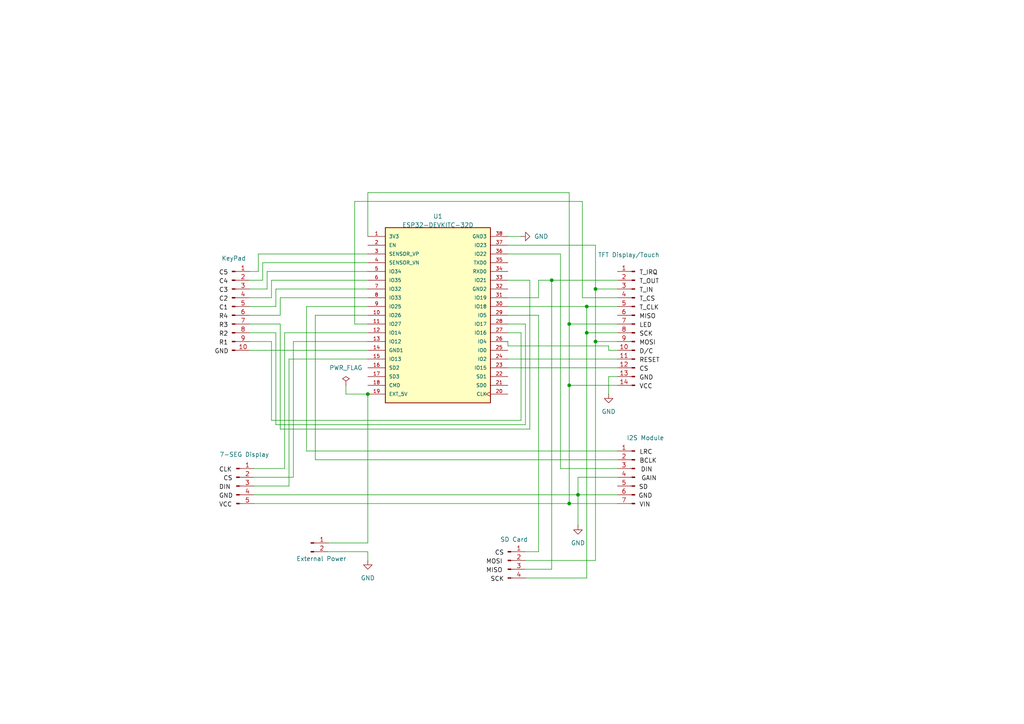
<source format=kicad_sch>
(kicad_sch
	(version 20231120)
	(generator "eeschema")
	(generator_version "8.0")
	(uuid "76d07451-574a-4663-a263-15fd2db48468")
	(paper "A4")
	(lib_symbols
		(symbol "Connector:Conn_01x02_Pin"
			(pin_names
				(offset 1.016) hide)
			(exclude_from_sim no)
			(in_bom yes)
			(on_board yes)
			(property "Reference" "J"
				(at 0 2.54 0)
				(effects
					(font
						(size 1.27 1.27)
					)
				)
			)
			(property "Value" "Conn_01x02_Pin"
				(at 0 -5.08 0)
				(effects
					(font
						(size 1.27 1.27)
					)
				)
			)
			(property "Footprint" ""
				(at 0 0 0)
				(effects
					(font
						(size 1.27 1.27)
					)
					(hide yes)
				)
			)
			(property "Datasheet" "~"
				(at 0 0 0)
				(effects
					(font
						(size 1.27 1.27)
					)
					(hide yes)
				)
			)
			(property "Description" "Generic connector, single row, 01x02, script generated"
				(at 0 0 0)
				(effects
					(font
						(size 1.27 1.27)
					)
					(hide yes)
				)
			)
			(property "ki_locked" ""
				(at 0 0 0)
				(effects
					(font
						(size 1.27 1.27)
					)
				)
			)
			(property "ki_keywords" "connector"
				(at 0 0 0)
				(effects
					(font
						(size 1.27 1.27)
					)
					(hide yes)
				)
			)
			(property "ki_fp_filters" "Connector*:*_1x??_*"
				(at 0 0 0)
				(effects
					(font
						(size 1.27 1.27)
					)
					(hide yes)
				)
			)
			(symbol "Conn_01x02_Pin_1_1"
				(polyline
					(pts
						(xy 1.27 -2.54) (xy 0.8636 -2.54)
					)
					(stroke
						(width 0.1524)
						(type default)
					)
					(fill
						(type none)
					)
				)
				(polyline
					(pts
						(xy 1.27 0) (xy 0.8636 0)
					)
					(stroke
						(width 0.1524)
						(type default)
					)
					(fill
						(type none)
					)
				)
				(rectangle
					(start 0.8636 -2.413)
					(end 0 -2.667)
					(stroke
						(width 0.1524)
						(type default)
					)
					(fill
						(type outline)
					)
				)
				(rectangle
					(start 0.8636 0.127)
					(end 0 -0.127)
					(stroke
						(width 0.1524)
						(type default)
					)
					(fill
						(type outline)
					)
				)
				(pin passive line
					(at 5.08 0 180)
					(length 3.81)
					(name "Pin_1"
						(effects
							(font
								(size 1.27 1.27)
							)
						)
					)
					(number "1"
						(effects
							(font
								(size 1.27 1.27)
							)
						)
					)
				)
				(pin passive line
					(at 5.08 -2.54 180)
					(length 3.81)
					(name "Pin_2"
						(effects
							(font
								(size 1.27 1.27)
							)
						)
					)
					(number "2"
						(effects
							(font
								(size 1.27 1.27)
							)
						)
					)
				)
			)
		)
		(symbol "Connector:Conn_01x04_Pin"
			(pin_names
				(offset 1.016) hide)
			(exclude_from_sim no)
			(in_bom yes)
			(on_board yes)
			(property "Reference" "J"
				(at 0 5.08 0)
				(effects
					(font
						(size 1.27 1.27)
					)
				)
			)
			(property "Value" "Conn_01x04_Pin"
				(at 0 -7.62 0)
				(effects
					(font
						(size 1.27 1.27)
					)
				)
			)
			(property "Footprint" ""
				(at 0 0 0)
				(effects
					(font
						(size 1.27 1.27)
					)
					(hide yes)
				)
			)
			(property "Datasheet" "~"
				(at 0 0 0)
				(effects
					(font
						(size 1.27 1.27)
					)
					(hide yes)
				)
			)
			(property "Description" "Generic connector, single row, 01x04, script generated"
				(at 0 0 0)
				(effects
					(font
						(size 1.27 1.27)
					)
					(hide yes)
				)
			)
			(property "ki_locked" ""
				(at 0 0 0)
				(effects
					(font
						(size 1.27 1.27)
					)
				)
			)
			(property "ki_keywords" "connector"
				(at 0 0 0)
				(effects
					(font
						(size 1.27 1.27)
					)
					(hide yes)
				)
			)
			(property "ki_fp_filters" "Connector*:*_1x??_*"
				(at 0 0 0)
				(effects
					(font
						(size 1.27 1.27)
					)
					(hide yes)
				)
			)
			(symbol "Conn_01x04_Pin_1_1"
				(polyline
					(pts
						(xy 1.27 -5.08) (xy 0.8636 -5.08)
					)
					(stroke
						(width 0.1524)
						(type default)
					)
					(fill
						(type none)
					)
				)
				(polyline
					(pts
						(xy 1.27 -2.54) (xy 0.8636 -2.54)
					)
					(stroke
						(width 0.1524)
						(type default)
					)
					(fill
						(type none)
					)
				)
				(polyline
					(pts
						(xy 1.27 0) (xy 0.8636 0)
					)
					(stroke
						(width 0.1524)
						(type default)
					)
					(fill
						(type none)
					)
				)
				(polyline
					(pts
						(xy 1.27 2.54) (xy 0.8636 2.54)
					)
					(stroke
						(width 0.1524)
						(type default)
					)
					(fill
						(type none)
					)
				)
				(rectangle
					(start 0.8636 -4.953)
					(end 0 -5.207)
					(stroke
						(width 0.1524)
						(type default)
					)
					(fill
						(type outline)
					)
				)
				(rectangle
					(start 0.8636 -2.413)
					(end 0 -2.667)
					(stroke
						(width 0.1524)
						(type default)
					)
					(fill
						(type outline)
					)
				)
				(rectangle
					(start 0.8636 0.127)
					(end 0 -0.127)
					(stroke
						(width 0.1524)
						(type default)
					)
					(fill
						(type outline)
					)
				)
				(rectangle
					(start 0.8636 2.667)
					(end 0 2.413)
					(stroke
						(width 0.1524)
						(type default)
					)
					(fill
						(type outline)
					)
				)
				(pin passive line
					(at 5.08 2.54 180)
					(length 3.81)
					(name "Pin_1"
						(effects
							(font
								(size 1.27 1.27)
							)
						)
					)
					(number "1"
						(effects
							(font
								(size 1.27 1.27)
							)
						)
					)
				)
				(pin passive line
					(at 5.08 0 180)
					(length 3.81)
					(name "Pin_2"
						(effects
							(font
								(size 1.27 1.27)
							)
						)
					)
					(number "2"
						(effects
							(font
								(size 1.27 1.27)
							)
						)
					)
				)
				(pin passive line
					(at 5.08 -2.54 180)
					(length 3.81)
					(name "Pin_3"
						(effects
							(font
								(size 1.27 1.27)
							)
						)
					)
					(number "3"
						(effects
							(font
								(size 1.27 1.27)
							)
						)
					)
				)
				(pin passive line
					(at 5.08 -5.08 180)
					(length 3.81)
					(name "Pin_4"
						(effects
							(font
								(size 1.27 1.27)
							)
						)
					)
					(number "4"
						(effects
							(font
								(size 1.27 1.27)
							)
						)
					)
				)
			)
		)
		(symbol "Connector:Conn_01x05_Pin"
			(pin_names
				(offset 1.016) hide)
			(exclude_from_sim no)
			(in_bom yes)
			(on_board yes)
			(property "Reference" "J"
				(at 0 7.62 0)
				(effects
					(font
						(size 1.27 1.27)
					)
				)
			)
			(property "Value" "Conn_01x05_Pin"
				(at 0 -7.62 0)
				(effects
					(font
						(size 1.27 1.27)
					)
				)
			)
			(property "Footprint" ""
				(at 0 0 0)
				(effects
					(font
						(size 1.27 1.27)
					)
					(hide yes)
				)
			)
			(property "Datasheet" "~"
				(at 0 0 0)
				(effects
					(font
						(size 1.27 1.27)
					)
					(hide yes)
				)
			)
			(property "Description" "Generic connector, single row, 01x05, script generated"
				(at 0 0 0)
				(effects
					(font
						(size 1.27 1.27)
					)
					(hide yes)
				)
			)
			(property "ki_locked" ""
				(at 0 0 0)
				(effects
					(font
						(size 1.27 1.27)
					)
				)
			)
			(property "ki_keywords" "connector"
				(at 0 0 0)
				(effects
					(font
						(size 1.27 1.27)
					)
					(hide yes)
				)
			)
			(property "ki_fp_filters" "Connector*:*_1x??_*"
				(at 0 0 0)
				(effects
					(font
						(size 1.27 1.27)
					)
					(hide yes)
				)
			)
			(symbol "Conn_01x05_Pin_1_1"
				(polyline
					(pts
						(xy 1.27 -5.08) (xy 0.8636 -5.08)
					)
					(stroke
						(width 0.1524)
						(type default)
					)
					(fill
						(type none)
					)
				)
				(polyline
					(pts
						(xy 1.27 -2.54) (xy 0.8636 -2.54)
					)
					(stroke
						(width 0.1524)
						(type default)
					)
					(fill
						(type none)
					)
				)
				(polyline
					(pts
						(xy 1.27 0) (xy 0.8636 0)
					)
					(stroke
						(width 0.1524)
						(type default)
					)
					(fill
						(type none)
					)
				)
				(polyline
					(pts
						(xy 1.27 2.54) (xy 0.8636 2.54)
					)
					(stroke
						(width 0.1524)
						(type default)
					)
					(fill
						(type none)
					)
				)
				(polyline
					(pts
						(xy 1.27 5.08) (xy 0.8636 5.08)
					)
					(stroke
						(width 0.1524)
						(type default)
					)
					(fill
						(type none)
					)
				)
				(rectangle
					(start 0.8636 -4.953)
					(end 0 -5.207)
					(stroke
						(width 0.1524)
						(type default)
					)
					(fill
						(type outline)
					)
				)
				(rectangle
					(start 0.8636 -2.413)
					(end 0 -2.667)
					(stroke
						(width 0.1524)
						(type default)
					)
					(fill
						(type outline)
					)
				)
				(rectangle
					(start 0.8636 0.127)
					(end 0 -0.127)
					(stroke
						(width 0.1524)
						(type default)
					)
					(fill
						(type outline)
					)
				)
				(rectangle
					(start 0.8636 2.667)
					(end 0 2.413)
					(stroke
						(width 0.1524)
						(type default)
					)
					(fill
						(type outline)
					)
				)
				(rectangle
					(start 0.8636 5.207)
					(end 0 4.953)
					(stroke
						(width 0.1524)
						(type default)
					)
					(fill
						(type outline)
					)
				)
				(pin passive line
					(at 5.08 5.08 180)
					(length 3.81)
					(name "Pin_1"
						(effects
							(font
								(size 1.27 1.27)
							)
						)
					)
					(number "1"
						(effects
							(font
								(size 1.27 1.27)
							)
						)
					)
				)
				(pin passive line
					(at 5.08 2.54 180)
					(length 3.81)
					(name "Pin_2"
						(effects
							(font
								(size 1.27 1.27)
							)
						)
					)
					(number "2"
						(effects
							(font
								(size 1.27 1.27)
							)
						)
					)
				)
				(pin passive line
					(at 5.08 0 180)
					(length 3.81)
					(name "Pin_3"
						(effects
							(font
								(size 1.27 1.27)
							)
						)
					)
					(number "3"
						(effects
							(font
								(size 1.27 1.27)
							)
						)
					)
				)
				(pin passive line
					(at 5.08 -2.54 180)
					(length 3.81)
					(name "Pin_4"
						(effects
							(font
								(size 1.27 1.27)
							)
						)
					)
					(number "4"
						(effects
							(font
								(size 1.27 1.27)
							)
						)
					)
				)
				(pin passive line
					(at 5.08 -5.08 180)
					(length 3.81)
					(name "Pin_5"
						(effects
							(font
								(size 1.27 1.27)
							)
						)
					)
					(number "5"
						(effects
							(font
								(size 1.27 1.27)
							)
						)
					)
				)
			)
		)
		(symbol "Connector:Conn_01x07_Pin"
			(pin_names
				(offset 1.016) hide)
			(exclude_from_sim no)
			(in_bom yes)
			(on_board yes)
			(property "Reference" "J"
				(at 0 10.16 0)
				(effects
					(font
						(size 1.27 1.27)
					)
				)
			)
			(property "Value" "Conn_01x07_Pin"
				(at 0 -10.16 0)
				(effects
					(font
						(size 1.27 1.27)
					)
				)
			)
			(property "Footprint" ""
				(at 0 0 0)
				(effects
					(font
						(size 1.27 1.27)
					)
					(hide yes)
				)
			)
			(property "Datasheet" "~"
				(at 0 0 0)
				(effects
					(font
						(size 1.27 1.27)
					)
					(hide yes)
				)
			)
			(property "Description" "Generic connector, single row, 01x07, script generated"
				(at 0 0 0)
				(effects
					(font
						(size 1.27 1.27)
					)
					(hide yes)
				)
			)
			(property "ki_locked" ""
				(at 0 0 0)
				(effects
					(font
						(size 1.27 1.27)
					)
				)
			)
			(property "ki_keywords" "connector"
				(at 0 0 0)
				(effects
					(font
						(size 1.27 1.27)
					)
					(hide yes)
				)
			)
			(property "ki_fp_filters" "Connector*:*_1x??_*"
				(at 0 0 0)
				(effects
					(font
						(size 1.27 1.27)
					)
					(hide yes)
				)
			)
			(symbol "Conn_01x07_Pin_1_1"
				(polyline
					(pts
						(xy 1.27 -7.62) (xy 0.8636 -7.62)
					)
					(stroke
						(width 0.1524)
						(type default)
					)
					(fill
						(type none)
					)
				)
				(polyline
					(pts
						(xy 1.27 -5.08) (xy 0.8636 -5.08)
					)
					(stroke
						(width 0.1524)
						(type default)
					)
					(fill
						(type none)
					)
				)
				(polyline
					(pts
						(xy 1.27 -2.54) (xy 0.8636 -2.54)
					)
					(stroke
						(width 0.1524)
						(type default)
					)
					(fill
						(type none)
					)
				)
				(polyline
					(pts
						(xy 1.27 0) (xy 0.8636 0)
					)
					(stroke
						(width 0.1524)
						(type default)
					)
					(fill
						(type none)
					)
				)
				(polyline
					(pts
						(xy 1.27 2.54) (xy 0.8636 2.54)
					)
					(stroke
						(width 0.1524)
						(type default)
					)
					(fill
						(type none)
					)
				)
				(polyline
					(pts
						(xy 1.27 5.08) (xy 0.8636 5.08)
					)
					(stroke
						(width 0.1524)
						(type default)
					)
					(fill
						(type none)
					)
				)
				(polyline
					(pts
						(xy 1.27 7.62) (xy 0.8636 7.62)
					)
					(stroke
						(width 0.1524)
						(type default)
					)
					(fill
						(type none)
					)
				)
				(rectangle
					(start 0.8636 -7.493)
					(end 0 -7.747)
					(stroke
						(width 0.1524)
						(type default)
					)
					(fill
						(type outline)
					)
				)
				(rectangle
					(start 0.8636 -4.953)
					(end 0 -5.207)
					(stroke
						(width 0.1524)
						(type default)
					)
					(fill
						(type outline)
					)
				)
				(rectangle
					(start 0.8636 -2.413)
					(end 0 -2.667)
					(stroke
						(width 0.1524)
						(type default)
					)
					(fill
						(type outline)
					)
				)
				(rectangle
					(start 0.8636 0.127)
					(end 0 -0.127)
					(stroke
						(width 0.1524)
						(type default)
					)
					(fill
						(type outline)
					)
				)
				(rectangle
					(start 0.8636 2.667)
					(end 0 2.413)
					(stroke
						(width 0.1524)
						(type default)
					)
					(fill
						(type outline)
					)
				)
				(rectangle
					(start 0.8636 5.207)
					(end 0 4.953)
					(stroke
						(width 0.1524)
						(type default)
					)
					(fill
						(type outline)
					)
				)
				(rectangle
					(start 0.8636 7.747)
					(end 0 7.493)
					(stroke
						(width 0.1524)
						(type default)
					)
					(fill
						(type outline)
					)
				)
				(pin passive line
					(at 5.08 7.62 180)
					(length 3.81)
					(name "Pin_1"
						(effects
							(font
								(size 1.27 1.27)
							)
						)
					)
					(number "1"
						(effects
							(font
								(size 1.27 1.27)
							)
						)
					)
				)
				(pin passive line
					(at 5.08 5.08 180)
					(length 3.81)
					(name "Pin_2"
						(effects
							(font
								(size 1.27 1.27)
							)
						)
					)
					(number "2"
						(effects
							(font
								(size 1.27 1.27)
							)
						)
					)
				)
				(pin passive line
					(at 5.08 2.54 180)
					(length 3.81)
					(name "Pin_3"
						(effects
							(font
								(size 1.27 1.27)
							)
						)
					)
					(number "3"
						(effects
							(font
								(size 1.27 1.27)
							)
						)
					)
				)
				(pin passive line
					(at 5.08 0 180)
					(length 3.81)
					(name "Pin_4"
						(effects
							(font
								(size 1.27 1.27)
							)
						)
					)
					(number "4"
						(effects
							(font
								(size 1.27 1.27)
							)
						)
					)
				)
				(pin passive line
					(at 5.08 -2.54 180)
					(length 3.81)
					(name "Pin_5"
						(effects
							(font
								(size 1.27 1.27)
							)
						)
					)
					(number "5"
						(effects
							(font
								(size 1.27 1.27)
							)
						)
					)
				)
				(pin passive line
					(at 5.08 -5.08 180)
					(length 3.81)
					(name "Pin_6"
						(effects
							(font
								(size 1.27 1.27)
							)
						)
					)
					(number "6"
						(effects
							(font
								(size 1.27 1.27)
							)
						)
					)
				)
				(pin passive line
					(at 5.08 -7.62 180)
					(length 3.81)
					(name "Pin_7"
						(effects
							(font
								(size 1.27 1.27)
							)
						)
					)
					(number "7"
						(effects
							(font
								(size 1.27 1.27)
							)
						)
					)
				)
			)
		)
		(symbol "Connector:Conn_01x10_Pin"
			(pin_names
				(offset 1.016) hide)
			(exclude_from_sim no)
			(in_bom yes)
			(on_board yes)
			(property "Reference" "J"
				(at 0 12.7 0)
				(effects
					(font
						(size 1.27 1.27)
					)
				)
			)
			(property "Value" "Conn_01x10_Pin"
				(at 0 -15.24 0)
				(effects
					(font
						(size 1.27 1.27)
					)
				)
			)
			(property "Footprint" ""
				(at 0 0 0)
				(effects
					(font
						(size 1.27 1.27)
					)
					(hide yes)
				)
			)
			(property "Datasheet" "~"
				(at 0 0 0)
				(effects
					(font
						(size 1.27 1.27)
					)
					(hide yes)
				)
			)
			(property "Description" "Generic connector, single row, 01x10, script generated"
				(at 0 0 0)
				(effects
					(font
						(size 1.27 1.27)
					)
					(hide yes)
				)
			)
			(property "ki_locked" ""
				(at 0 0 0)
				(effects
					(font
						(size 1.27 1.27)
					)
				)
			)
			(property "ki_keywords" "connector"
				(at 0 0 0)
				(effects
					(font
						(size 1.27 1.27)
					)
					(hide yes)
				)
			)
			(property "ki_fp_filters" "Connector*:*_1x??_*"
				(at 0 0 0)
				(effects
					(font
						(size 1.27 1.27)
					)
					(hide yes)
				)
			)
			(symbol "Conn_01x10_Pin_1_1"
				(polyline
					(pts
						(xy 1.27 -12.7) (xy 0.8636 -12.7)
					)
					(stroke
						(width 0.1524)
						(type default)
					)
					(fill
						(type none)
					)
				)
				(polyline
					(pts
						(xy 1.27 -10.16) (xy 0.8636 -10.16)
					)
					(stroke
						(width 0.1524)
						(type default)
					)
					(fill
						(type none)
					)
				)
				(polyline
					(pts
						(xy 1.27 -7.62) (xy 0.8636 -7.62)
					)
					(stroke
						(width 0.1524)
						(type default)
					)
					(fill
						(type none)
					)
				)
				(polyline
					(pts
						(xy 1.27 -5.08) (xy 0.8636 -5.08)
					)
					(stroke
						(width 0.1524)
						(type default)
					)
					(fill
						(type none)
					)
				)
				(polyline
					(pts
						(xy 1.27 -2.54) (xy 0.8636 -2.54)
					)
					(stroke
						(width 0.1524)
						(type default)
					)
					(fill
						(type none)
					)
				)
				(polyline
					(pts
						(xy 1.27 0) (xy 0.8636 0)
					)
					(stroke
						(width 0.1524)
						(type default)
					)
					(fill
						(type none)
					)
				)
				(polyline
					(pts
						(xy 1.27 2.54) (xy 0.8636 2.54)
					)
					(stroke
						(width 0.1524)
						(type default)
					)
					(fill
						(type none)
					)
				)
				(polyline
					(pts
						(xy 1.27 5.08) (xy 0.8636 5.08)
					)
					(stroke
						(width 0.1524)
						(type default)
					)
					(fill
						(type none)
					)
				)
				(polyline
					(pts
						(xy 1.27 7.62) (xy 0.8636 7.62)
					)
					(stroke
						(width 0.1524)
						(type default)
					)
					(fill
						(type none)
					)
				)
				(polyline
					(pts
						(xy 1.27 10.16) (xy 0.8636 10.16)
					)
					(stroke
						(width 0.1524)
						(type default)
					)
					(fill
						(type none)
					)
				)
				(rectangle
					(start 0.8636 -12.573)
					(end 0 -12.827)
					(stroke
						(width 0.1524)
						(type default)
					)
					(fill
						(type outline)
					)
				)
				(rectangle
					(start 0.8636 -10.033)
					(end 0 -10.287)
					(stroke
						(width 0.1524)
						(type default)
					)
					(fill
						(type outline)
					)
				)
				(rectangle
					(start 0.8636 -7.493)
					(end 0 -7.747)
					(stroke
						(width 0.1524)
						(type default)
					)
					(fill
						(type outline)
					)
				)
				(rectangle
					(start 0.8636 -4.953)
					(end 0 -5.207)
					(stroke
						(width 0.1524)
						(type default)
					)
					(fill
						(type outline)
					)
				)
				(rectangle
					(start 0.8636 -2.413)
					(end 0 -2.667)
					(stroke
						(width 0.1524)
						(type default)
					)
					(fill
						(type outline)
					)
				)
				(rectangle
					(start 0.8636 0.127)
					(end 0 -0.127)
					(stroke
						(width 0.1524)
						(type default)
					)
					(fill
						(type outline)
					)
				)
				(rectangle
					(start 0.8636 2.667)
					(end 0 2.413)
					(stroke
						(width 0.1524)
						(type default)
					)
					(fill
						(type outline)
					)
				)
				(rectangle
					(start 0.8636 5.207)
					(end 0 4.953)
					(stroke
						(width 0.1524)
						(type default)
					)
					(fill
						(type outline)
					)
				)
				(rectangle
					(start 0.8636 7.747)
					(end 0 7.493)
					(stroke
						(width 0.1524)
						(type default)
					)
					(fill
						(type outline)
					)
				)
				(rectangle
					(start 0.8636 10.287)
					(end 0 10.033)
					(stroke
						(width 0.1524)
						(type default)
					)
					(fill
						(type outline)
					)
				)
				(pin passive line
					(at 5.08 10.16 180)
					(length 3.81)
					(name "Pin_1"
						(effects
							(font
								(size 1.27 1.27)
							)
						)
					)
					(number "1"
						(effects
							(font
								(size 1.27 1.27)
							)
						)
					)
				)
				(pin passive line
					(at 5.08 -12.7 180)
					(length 3.81)
					(name "Pin_10"
						(effects
							(font
								(size 1.27 1.27)
							)
						)
					)
					(number "10"
						(effects
							(font
								(size 1.27 1.27)
							)
						)
					)
				)
				(pin passive line
					(at 5.08 7.62 180)
					(length 3.81)
					(name "Pin_2"
						(effects
							(font
								(size 1.27 1.27)
							)
						)
					)
					(number "2"
						(effects
							(font
								(size 1.27 1.27)
							)
						)
					)
				)
				(pin passive line
					(at 5.08 5.08 180)
					(length 3.81)
					(name "Pin_3"
						(effects
							(font
								(size 1.27 1.27)
							)
						)
					)
					(number "3"
						(effects
							(font
								(size 1.27 1.27)
							)
						)
					)
				)
				(pin passive line
					(at 5.08 2.54 180)
					(length 3.81)
					(name "Pin_4"
						(effects
							(font
								(size 1.27 1.27)
							)
						)
					)
					(number "4"
						(effects
							(font
								(size 1.27 1.27)
							)
						)
					)
				)
				(pin passive line
					(at 5.08 0 180)
					(length 3.81)
					(name "Pin_5"
						(effects
							(font
								(size 1.27 1.27)
							)
						)
					)
					(number "5"
						(effects
							(font
								(size 1.27 1.27)
							)
						)
					)
				)
				(pin passive line
					(at 5.08 -2.54 180)
					(length 3.81)
					(name "Pin_6"
						(effects
							(font
								(size 1.27 1.27)
							)
						)
					)
					(number "6"
						(effects
							(font
								(size 1.27 1.27)
							)
						)
					)
				)
				(pin passive line
					(at 5.08 -5.08 180)
					(length 3.81)
					(name "Pin_7"
						(effects
							(font
								(size 1.27 1.27)
							)
						)
					)
					(number "7"
						(effects
							(font
								(size 1.27 1.27)
							)
						)
					)
				)
				(pin passive line
					(at 5.08 -7.62 180)
					(length 3.81)
					(name "Pin_8"
						(effects
							(font
								(size 1.27 1.27)
							)
						)
					)
					(number "8"
						(effects
							(font
								(size 1.27 1.27)
							)
						)
					)
				)
				(pin passive line
					(at 5.08 -10.16 180)
					(length 3.81)
					(name "Pin_9"
						(effects
							(font
								(size 1.27 1.27)
							)
						)
					)
					(number "9"
						(effects
							(font
								(size 1.27 1.27)
							)
						)
					)
				)
			)
		)
		(symbol "Connector:Conn_01x14_Pin"
			(pin_names
				(offset 1.016) hide)
			(exclude_from_sim no)
			(in_bom yes)
			(on_board yes)
			(property "Reference" "J"
				(at 0 17.78 0)
				(effects
					(font
						(size 1.27 1.27)
					)
				)
			)
			(property "Value" "Conn_01x14_Pin"
				(at 0 -20.32 0)
				(effects
					(font
						(size 1.27 1.27)
					)
				)
			)
			(property "Footprint" ""
				(at 0 0 0)
				(effects
					(font
						(size 1.27 1.27)
					)
					(hide yes)
				)
			)
			(property "Datasheet" "~"
				(at 0 0 0)
				(effects
					(font
						(size 1.27 1.27)
					)
					(hide yes)
				)
			)
			(property "Description" "Generic connector, single row, 01x14, script generated"
				(at 0 0 0)
				(effects
					(font
						(size 1.27 1.27)
					)
					(hide yes)
				)
			)
			(property "ki_locked" ""
				(at 0 0 0)
				(effects
					(font
						(size 1.27 1.27)
					)
				)
			)
			(property "ki_keywords" "connector"
				(at 0 0 0)
				(effects
					(font
						(size 1.27 1.27)
					)
					(hide yes)
				)
			)
			(property "ki_fp_filters" "Connector*:*_1x??_*"
				(at 0 0 0)
				(effects
					(font
						(size 1.27 1.27)
					)
					(hide yes)
				)
			)
			(symbol "Conn_01x14_Pin_1_1"
				(polyline
					(pts
						(xy 1.27 -17.78) (xy 0.8636 -17.78)
					)
					(stroke
						(width 0.1524)
						(type default)
					)
					(fill
						(type none)
					)
				)
				(polyline
					(pts
						(xy 1.27 -15.24) (xy 0.8636 -15.24)
					)
					(stroke
						(width 0.1524)
						(type default)
					)
					(fill
						(type none)
					)
				)
				(polyline
					(pts
						(xy 1.27 -12.7) (xy 0.8636 -12.7)
					)
					(stroke
						(width 0.1524)
						(type default)
					)
					(fill
						(type none)
					)
				)
				(polyline
					(pts
						(xy 1.27 -10.16) (xy 0.8636 -10.16)
					)
					(stroke
						(width 0.1524)
						(type default)
					)
					(fill
						(type none)
					)
				)
				(polyline
					(pts
						(xy 1.27 -7.62) (xy 0.8636 -7.62)
					)
					(stroke
						(width 0.1524)
						(type default)
					)
					(fill
						(type none)
					)
				)
				(polyline
					(pts
						(xy 1.27 -5.08) (xy 0.8636 -5.08)
					)
					(stroke
						(width 0.1524)
						(type default)
					)
					(fill
						(type none)
					)
				)
				(polyline
					(pts
						(xy 1.27 -2.54) (xy 0.8636 -2.54)
					)
					(stroke
						(width 0.1524)
						(type default)
					)
					(fill
						(type none)
					)
				)
				(polyline
					(pts
						(xy 1.27 0) (xy 0.8636 0)
					)
					(stroke
						(width 0.1524)
						(type default)
					)
					(fill
						(type none)
					)
				)
				(polyline
					(pts
						(xy 1.27 2.54) (xy 0.8636 2.54)
					)
					(stroke
						(width 0.1524)
						(type default)
					)
					(fill
						(type none)
					)
				)
				(polyline
					(pts
						(xy 1.27 5.08) (xy 0.8636 5.08)
					)
					(stroke
						(width 0.1524)
						(type default)
					)
					(fill
						(type none)
					)
				)
				(polyline
					(pts
						(xy 1.27 7.62) (xy 0.8636 7.62)
					)
					(stroke
						(width 0.1524)
						(type default)
					)
					(fill
						(type none)
					)
				)
				(polyline
					(pts
						(xy 1.27 10.16) (xy 0.8636 10.16)
					)
					(stroke
						(width 0.1524)
						(type default)
					)
					(fill
						(type none)
					)
				)
				(polyline
					(pts
						(xy 1.27 12.7) (xy 0.8636 12.7)
					)
					(stroke
						(width 0.1524)
						(type default)
					)
					(fill
						(type none)
					)
				)
				(polyline
					(pts
						(xy 1.27 15.24) (xy 0.8636 15.24)
					)
					(stroke
						(width 0.1524)
						(type default)
					)
					(fill
						(type none)
					)
				)
				(rectangle
					(start 0.8636 -17.653)
					(end 0 -17.907)
					(stroke
						(width 0.1524)
						(type default)
					)
					(fill
						(type outline)
					)
				)
				(rectangle
					(start 0.8636 -15.113)
					(end 0 -15.367)
					(stroke
						(width 0.1524)
						(type default)
					)
					(fill
						(type outline)
					)
				)
				(rectangle
					(start 0.8636 -12.573)
					(end 0 -12.827)
					(stroke
						(width 0.1524)
						(type default)
					)
					(fill
						(type outline)
					)
				)
				(rectangle
					(start 0.8636 -10.033)
					(end 0 -10.287)
					(stroke
						(width 0.1524)
						(type default)
					)
					(fill
						(type outline)
					)
				)
				(rectangle
					(start 0.8636 -7.493)
					(end 0 -7.747)
					(stroke
						(width 0.1524)
						(type default)
					)
					(fill
						(type outline)
					)
				)
				(rectangle
					(start 0.8636 -4.953)
					(end 0 -5.207)
					(stroke
						(width 0.1524)
						(type default)
					)
					(fill
						(type outline)
					)
				)
				(rectangle
					(start 0.8636 -2.413)
					(end 0 -2.667)
					(stroke
						(width 0.1524)
						(type default)
					)
					(fill
						(type outline)
					)
				)
				(rectangle
					(start 0.8636 0.127)
					(end 0 -0.127)
					(stroke
						(width 0.1524)
						(type default)
					)
					(fill
						(type outline)
					)
				)
				(rectangle
					(start 0.8636 2.667)
					(end 0 2.413)
					(stroke
						(width 0.1524)
						(type default)
					)
					(fill
						(type outline)
					)
				)
				(rectangle
					(start 0.8636 5.207)
					(end 0 4.953)
					(stroke
						(width 0.1524)
						(type default)
					)
					(fill
						(type outline)
					)
				)
				(rectangle
					(start 0.8636 7.747)
					(end 0 7.493)
					(stroke
						(width 0.1524)
						(type default)
					)
					(fill
						(type outline)
					)
				)
				(rectangle
					(start 0.8636 10.287)
					(end 0 10.033)
					(stroke
						(width 0.1524)
						(type default)
					)
					(fill
						(type outline)
					)
				)
				(rectangle
					(start 0.8636 12.827)
					(end 0 12.573)
					(stroke
						(width 0.1524)
						(type default)
					)
					(fill
						(type outline)
					)
				)
				(rectangle
					(start 0.8636 15.367)
					(end 0 15.113)
					(stroke
						(width 0.1524)
						(type default)
					)
					(fill
						(type outline)
					)
				)
				(pin passive line
					(at 5.08 15.24 180)
					(length 3.81)
					(name "Pin_1"
						(effects
							(font
								(size 1.27 1.27)
							)
						)
					)
					(number "1"
						(effects
							(font
								(size 1.27 1.27)
							)
						)
					)
				)
				(pin passive line
					(at 5.08 -7.62 180)
					(length 3.81)
					(name "Pin_10"
						(effects
							(font
								(size 1.27 1.27)
							)
						)
					)
					(number "10"
						(effects
							(font
								(size 1.27 1.27)
							)
						)
					)
				)
				(pin passive line
					(at 5.08 -10.16 180)
					(length 3.81)
					(name "Pin_11"
						(effects
							(font
								(size 1.27 1.27)
							)
						)
					)
					(number "11"
						(effects
							(font
								(size 1.27 1.27)
							)
						)
					)
				)
				(pin passive line
					(at 5.08 -12.7 180)
					(length 3.81)
					(name "Pin_12"
						(effects
							(font
								(size 1.27 1.27)
							)
						)
					)
					(number "12"
						(effects
							(font
								(size 1.27 1.27)
							)
						)
					)
				)
				(pin passive line
					(at 5.08 -15.24 180)
					(length 3.81)
					(name "Pin_13"
						(effects
							(font
								(size 1.27 1.27)
							)
						)
					)
					(number "13"
						(effects
							(font
								(size 1.27 1.27)
							)
						)
					)
				)
				(pin passive line
					(at 5.08 -17.78 180)
					(length 3.81)
					(name "Pin_14"
						(effects
							(font
								(size 1.27 1.27)
							)
						)
					)
					(number "14"
						(effects
							(font
								(size 1.27 1.27)
							)
						)
					)
				)
				(pin passive line
					(at 5.08 12.7 180)
					(length 3.81)
					(name "Pin_2"
						(effects
							(font
								(size 1.27 1.27)
							)
						)
					)
					(number "2"
						(effects
							(font
								(size 1.27 1.27)
							)
						)
					)
				)
				(pin passive line
					(at 5.08 10.16 180)
					(length 3.81)
					(name "Pin_3"
						(effects
							(font
								(size 1.27 1.27)
							)
						)
					)
					(number "3"
						(effects
							(font
								(size 1.27 1.27)
							)
						)
					)
				)
				(pin passive line
					(at 5.08 7.62 180)
					(length 3.81)
					(name "Pin_4"
						(effects
							(font
								(size 1.27 1.27)
							)
						)
					)
					(number "4"
						(effects
							(font
								(size 1.27 1.27)
							)
						)
					)
				)
				(pin passive line
					(at 5.08 5.08 180)
					(length 3.81)
					(name "Pin_5"
						(effects
							(font
								(size 1.27 1.27)
							)
						)
					)
					(number "5"
						(effects
							(font
								(size 1.27 1.27)
							)
						)
					)
				)
				(pin passive line
					(at 5.08 2.54 180)
					(length 3.81)
					(name "Pin_6"
						(effects
							(font
								(size 1.27 1.27)
							)
						)
					)
					(number "6"
						(effects
							(font
								(size 1.27 1.27)
							)
						)
					)
				)
				(pin passive line
					(at 5.08 0 180)
					(length 3.81)
					(name "Pin_7"
						(effects
							(font
								(size 1.27 1.27)
							)
						)
					)
					(number "7"
						(effects
							(font
								(size 1.27 1.27)
							)
						)
					)
				)
				(pin passive line
					(at 5.08 -2.54 180)
					(length 3.81)
					(name "Pin_8"
						(effects
							(font
								(size 1.27 1.27)
							)
						)
					)
					(number "8"
						(effects
							(font
								(size 1.27 1.27)
							)
						)
					)
				)
				(pin passive line
					(at 5.08 -5.08 180)
					(length 3.81)
					(name "Pin_9"
						(effects
							(font
								(size 1.27 1.27)
							)
						)
					)
					(number "9"
						(effects
							(font
								(size 1.27 1.27)
							)
						)
					)
				)
			)
		)
		(symbol "ESP32 38-PIN:ESP32-DEVKITC-32D"
			(pin_names
				(offset 1.016)
			)
			(exclude_from_sim no)
			(in_bom yes)
			(on_board yes)
			(property "Reference" "U1"
				(at 0 28.702 0)
				(effects
					(font
						(size 1.27 1.27)
					)
				)
			)
			(property "Value" "ESP32-DEVKITC-32D"
				(at 0 26.162 0)
				(effects
					(font
						(size 1.27 1.27)
					)
				)
			)
			(property "Footprint" "PCM_Espressif:ESP32-DevKitC"
				(at 1.27 -7.112 0)
				(effects
					(font
						(size 1.27 1.27)
					)
					(justify bottom)
					(hide yes)
				)
			)
			(property "Datasheet" ""
				(at 0 0 0)
				(effects
					(font
						(size 1.27 1.27)
					)
					(hide yes)
				)
			)
			(property "Description" "WiFi Development Tools (802.11) ESP32 General Development Kit, ESP32-WROOM-32D on the board"
				(at -0.254 -1.016 0)
				(effects
					(font
						(size 1.27 1.27)
					)
					(justify bottom)
					(hide yes)
				)
			)
			(property "MF" "Espressif Systems"
				(at 0 0 0)
				(effects
					(font
						(size 1.27 1.27)
					)
					(justify bottom)
					(hide yes)
				)
			)
			(property "MAXIMUM_PACKAGE_HEIGHT" "N/A"
				(at -0.762 -3.048 0)
				(effects
					(font
						(size 1.27 1.27)
					)
					(justify bottom)
					(hide yes)
				)
			)
			(property "Package" "None"
				(at 0 0 0)
				(effects
					(font
						(size 1.27 1.27)
					)
					(justify bottom)
					(hide yes)
				)
			)
			(property "Price" "None"
				(at 0 0 0)
				(effects
					(font
						(size 1.27 1.27)
					)
					(justify bottom)
					(hide yes)
				)
			)
			(property "Check_prices" "https://www.snapeda.com/parts/ESP32-DEVKITC-32D/Espressif+Systems/view-part/?ref=eda"
				(at 1.016 -6.604 0)
				(effects
					(font
						(size 1.27 1.27)
					)
					(justify bottom)
					(hide yes)
				)
			)
			(property "STANDARD" "Manufacturer Recommendations"
				(at -0.508 -2.286 0)
				(effects
					(font
						(size 1.27 1.27)
					)
					(justify bottom)
					(hide yes)
				)
			)
			(property "PARTREV" "V4"
				(at 0 0 0)
				(effects
					(font
						(size 1.27 1.27)
					)
					(justify bottom)
					(hide yes)
				)
			)
			(property "SnapEDA_Link" "https://www.snapeda.com/parts/ESP32-DEVKITC-32D/Espressif+Systems/view-part/?ref=snap"
				(at 1.27 -1.016 0)
				(effects
					(font
						(size 1.27 1.27)
					)
					(justify bottom)
					(hide yes)
				)
			)
			(property "MP" "ESP32-DEVKITC-32D"
				(at 0 0 0)
				(effects
					(font
						(size 1.27 1.27)
					)
					(justify bottom)
					(hide yes)
				)
			)
			(property "MANUFACTURER" "Espressif Systems"
				(at 0 0 0)
				(effects
					(font
						(size 1.27 1.27)
					)
					(justify bottom)
					(hide yes)
				)
			)
			(property "Availability" "In Stock"
				(at 0 0 0)
				(effects
					(font
						(size 1.27 1.27)
					)
					(justify bottom)
					(hide yes)
				)
			)
			(property "SNAPEDA_PN" "ESP32-DEVKITC-32D"
				(at 0 0 0)
				(effects
					(font
						(size 1.27 1.27)
					)
					(justify bottom)
					(hide yes)
				)
			)
			(symbol "ESP32-DEVKITC-32D_0_0"
				(rectangle
					(start -15.24 -25.4)
					(end 15.24 25.4)
					(stroke
						(width 0.254)
						(type default)
					)
					(fill
						(type background)
					)
				)
				(pin power_in line
					(at -20.32 22.86 0)
					(length 5.08)
					(name "3V3"
						(effects
							(font
								(size 1.016 1.016)
							)
						)
					)
					(number "1"
						(effects
							(font
								(size 1.016 1.016)
							)
						)
					)
				)
				(pin bidirectional line
					(at -20.32 0 0)
					(length 5.08)
					(name "IO26"
						(effects
							(font
								(size 1.016 1.016)
							)
						)
					)
					(number "10"
						(effects
							(font
								(size 1.016 1.016)
							)
						)
					)
				)
				(pin bidirectional line
					(at -20.32 -2.54 0)
					(length 5.08)
					(name "IO27"
						(effects
							(font
								(size 1.016 1.016)
							)
						)
					)
					(number "11"
						(effects
							(font
								(size 1.016 1.016)
							)
						)
					)
				)
				(pin bidirectional line
					(at -20.32 -5.08 0)
					(length 5.08)
					(name "IO14"
						(effects
							(font
								(size 1.016 1.016)
							)
						)
					)
					(number "12"
						(effects
							(font
								(size 1.016 1.016)
							)
						)
					)
				)
				(pin bidirectional line
					(at -20.32 -7.62 0)
					(length 5.08)
					(name "IO12"
						(effects
							(font
								(size 1.016 1.016)
							)
						)
					)
					(number "13"
						(effects
							(font
								(size 1.016 1.016)
							)
						)
					)
				)
				(pin power_in line
					(at -20.32 -10.16 0)
					(length 5.08)
					(name "GND1"
						(effects
							(font
								(size 1.016 1.016)
							)
						)
					)
					(number "14"
						(effects
							(font
								(size 1.016 1.016)
							)
						)
					)
				)
				(pin bidirectional line
					(at -20.32 -12.7 0)
					(length 5.08)
					(name "IO13"
						(effects
							(font
								(size 1.016 1.016)
							)
						)
					)
					(number "15"
						(effects
							(font
								(size 1.016 1.016)
							)
						)
					)
				)
				(pin bidirectional line
					(at -20.32 -15.24 0)
					(length 5.08)
					(name "SD2"
						(effects
							(font
								(size 1.016 1.016)
							)
						)
					)
					(number "16"
						(effects
							(font
								(size 1.016 1.016)
							)
						)
					)
				)
				(pin bidirectional line
					(at -20.32 -17.78 0)
					(length 5.08)
					(name "SD3"
						(effects
							(font
								(size 1.016 1.016)
							)
						)
					)
					(number "17"
						(effects
							(font
								(size 1.016 1.016)
							)
						)
					)
				)
				(pin bidirectional line
					(at -20.32 -20.32 0)
					(length 5.08)
					(name "CMD"
						(effects
							(font
								(size 1.016 1.016)
							)
						)
					)
					(number "18"
						(effects
							(font
								(size 1.016 1.016)
							)
						)
					)
				)
				(pin power_in line
					(at -20.32 -22.86 0)
					(length 5.08)
					(name "EXT_5V"
						(effects
							(font
								(size 1.016 1.016)
							)
						)
					)
					(number "19"
						(effects
							(font
								(size 1.016 1.016)
							)
						)
					)
				)
				(pin input line
					(at -20.32 20.32 0)
					(length 5.08)
					(name "EN"
						(effects
							(font
								(size 1.016 1.016)
							)
						)
					)
					(number "2"
						(effects
							(font
								(size 1.016 1.016)
							)
						)
					)
				)
				(pin input clock
					(at 20.32 -22.86 180)
					(length 5.08)
					(name "CLK"
						(effects
							(font
								(size 1.016 1.016)
							)
						)
					)
					(number "20"
						(effects
							(font
								(size 1.016 1.016)
							)
						)
					)
				)
				(pin bidirectional line
					(at 20.32 -20.32 180)
					(length 5.08)
					(name "SD0"
						(effects
							(font
								(size 1.016 1.016)
							)
						)
					)
					(number "21"
						(effects
							(font
								(size 1.016 1.016)
							)
						)
					)
				)
				(pin bidirectional line
					(at 20.32 -17.78 180)
					(length 5.08)
					(name "SD1"
						(effects
							(font
								(size 1.016 1.016)
							)
						)
					)
					(number "22"
						(effects
							(font
								(size 1.016 1.016)
							)
						)
					)
				)
				(pin bidirectional line
					(at 20.32 -15.24 180)
					(length 5.08)
					(name "IO15"
						(effects
							(font
								(size 1.016 1.016)
							)
						)
					)
					(number "23"
						(effects
							(font
								(size 1.016 1.016)
							)
						)
					)
				)
				(pin bidirectional line
					(at 20.32 -12.7 180)
					(length 5.08)
					(name "IO2"
						(effects
							(font
								(size 1.016 1.016)
							)
						)
					)
					(number "24"
						(effects
							(font
								(size 1.016 1.016)
							)
						)
					)
				)
				(pin bidirectional line
					(at 20.32 -10.16 180)
					(length 5.08)
					(name "IO0"
						(effects
							(font
								(size 1.016 1.016)
							)
						)
					)
					(number "25"
						(effects
							(font
								(size 1.016 1.016)
							)
						)
					)
				)
				(pin bidirectional line
					(at 20.32 -7.62 180)
					(length 5.08)
					(name "IO4"
						(effects
							(font
								(size 1.016 1.016)
							)
						)
					)
					(number "26"
						(effects
							(font
								(size 1.016 1.016)
							)
						)
					)
				)
				(pin bidirectional line
					(at 20.32 -5.08 180)
					(length 5.08)
					(name "IO16"
						(effects
							(font
								(size 1.016 1.016)
							)
						)
					)
					(number "27"
						(effects
							(font
								(size 1.016 1.016)
							)
						)
					)
				)
				(pin bidirectional line
					(at 20.32 -2.54 180)
					(length 5.08)
					(name "IO17"
						(effects
							(font
								(size 1.016 1.016)
							)
						)
					)
					(number "28"
						(effects
							(font
								(size 1.016 1.016)
							)
						)
					)
				)
				(pin bidirectional line
					(at 20.32 0 180)
					(length 5.08)
					(name "IO5"
						(effects
							(font
								(size 1.016 1.016)
							)
						)
					)
					(number "29"
						(effects
							(font
								(size 1.016 1.016)
							)
						)
					)
				)
				(pin input line
					(at -20.32 17.78 0)
					(length 5.08)
					(name "SENSOR_VP"
						(effects
							(font
								(size 1.016 1.016)
							)
						)
					)
					(number "3"
						(effects
							(font
								(size 1.016 1.016)
							)
						)
					)
				)
				(pin bidirectional line
					(at 20.32 2.54 180)
					(length 5.08)
					(name "IO18"
						(effects
							(font
								(size 1.016 1.016)
							)
						)
					)
					(number "30"
						(effects
							(font
								(size 1.016 1.016)
							)
						)
					)
				)
				(pin bidirectional line
					(at 20.32 5.08 180)
					(length 5.08)
					(name "IO19"
						(effects
							(font
								(size 1.016 1.016)
							)
						)
					)
					(number "31"
						(effects
							(font
								(size 1.016 1.016)
							)
						)
					)
				)
				(pin power_in line
					(at 20.32 7.62 180)
					(length 5.08)
					(name "GND2"
						(effects
							(font
								(size 1.016 1.016)
							)
						)
					)
					(number "32"
						(effects
							(font
								(size 1.016 1.016)
							)
						)
					)
				)
				(pin bidirectional line
					(at 20.32 10.16 180)
					(length 5.08)
					(name "IO21"
						(effects
							(font
								(size 1.016 1.016)
							)
						)
					)
					(number "33"
						(effects
							(font
								(size 1.016 1.016)
							)
						)
					)
				)
				(pin input line
					(at 20.32 12.7 180)
					(length 5.08)
					(name "RXD0"
						(effects
							(font
								(size 1.016 1.016)
							)
						)
					)
					(number "34"
						(effects
							(font
								(size 1.016 1.016)
							)
						)
					)
				)
				(pin output line
					(at 20.32 15.24 180)
					(length 5.08)
					(name "TXD0"
						(effects
							(font
								(size 1.016 1.016)
							)
						)
					)
					(number "35"
						(effects
							(font
								(size 1.016 1.016)
							)
						)
					)
				)
				(pin bidirectional line
					(at 20.32 17.78 180)
					(length 5.08)
					(name "IO22"
						(effects
							(font
								(size 1.016 1.016)
							)
						)
					)
					(number "36"
						(effects
							(font
								(size 1.016 1.016)
							)
						)
					)
				)
				(pin bidirectional line
					(at 20.32 20.32 180)
					(length 5.08)
					(name "IO23"
						(effects
							(font
								(size 1.016 1.016)
							)
						)
					)
					(number "37"
						(effects
							(font
								(size 1.016 1.016)
							)
						)
					)
				)
				(pin power_in line
					(at 20.32 22.86 180)
					(length 5.08)
					(name "GND3"
						(effects
							(font
								(size 1.016 1.016)
							)
						)
					)
					(number "38"
						(effects
							(font
								(size 1.016 1.016)
							)
						)
					)
				)
				(pin input line
					(at -20.32 15.24 0)
					(length 5.08)
					(name "SENSOR_VN"
						(effects
							(font
								(size 1.016 1.016)
							)
						)
					)
					(number "4"
						(effects
							(font
								(size 1.016 1.016)
							)
						)
					)
				)
				(pin bidirectional line
					(at -20.32 12.7 0)
					(length 5.08)
					(name "IO34"
						(effects
							(font
								(size 1.016 1.016)
							)
						)
					)
					(number "5"
						(effects
							(font
								(size 1.016 1.016)
							)
						)
					)
				)
				(pin bidirectional line
					(at -20.32 10.16 0)
					(length 5.08)
					(name "IO35"
						(effects
							(font
								(size 1.016 1.016)
							)
						)
					)
					(number "6"
						(effects
							(font
								(size 1.016 1.016)
							)
						)
					)
				)
				(pin bidirectional line
					(at -20.32 7.62 0)
					(length 5.08)
					(name "IO32"
						(effects
							(font
								(size 1.016 1.016)
							)
						)
					)
					(number "7"
						(effects
							(font
								(size 1.016 1.016)
							)
						)
					)
				)
				(pin bidirectional line
					(at -20.32 5.08 0)
					(length 5.08)
					(name "IO33"
						(effects
							(font
								(size 1.016 1.016)
							)
						)
					)
					(number "8"
						(effects
							(font
								(size 1.016 1.016)
							)
						)
					)
				)
				(pin bidirectional line
					(at -20.32 2.54 0)
					(length 5.08)
					(name "IO25"
						(effects
							(font
								(size 1.016 1.016)
							)
						)
					)
					(number "9"
						(effects
							(font
								(size 1.016 1.016)
							)
						)
					)
				)
			)
		)
		(symbol "power:GND"
			(power)
			(pin_numbers hide)
			(pin_names
				(offset 0) hide)
			(exclude_from_sim no)
			(in_bom yes)
			(on_board yes)
			(property "Reference" "#PWR"
				(at 0 -6.35 0)
				(effects
					(font
						(size 1.27 1.27)
					)
					(hide yes)
				)
			)
			(property "Value" "GND"
				(at 0 -3.81 0)
				(effects
					(font
						(size 1.27 1.27)
					)
				)
			)
			(property "Footprint" ""
				(at 0 0 0)
				(effects
					(font
						(size 1.27 1.27)
					)
					(hide yes)
				)
			)
			(property "Datasheet" ""
				(at 0 0 0)
				(effects
					(font
						(size 1.27 1.27)
					)
					(hide yes)
				)
			)
			(property "Description" "Power symbol creates a global label with name \"GND\" , ground"
				(at 0 0 0)
				(effects
					(font
						(size 1.27 1.27)
					)
					(hide yes)
				)
			)
			(property "ki_keywords" "global power"
				(at 0 0 0)
				(effects
					(font
						(size 1.27 1.27)
					)
					(hide yes)
				)
			)
			(symbol "GND_0_1"
				(polyline
					(pts
						(xy 0 0) (xy 0 -1.27) (xy 1.27 -1.27) (xy 0 -2.54) (xy -1.27 -1.27) (xy 0 -1.27)
					)
					(stroke
						(width 0)
						(type default)
					)
					(fill
						(type none)
					)
				)
			)
			(symbol "GND_1_1"
				(pin power_in line
					(at 0 0 270)
					(length 0)
					(name "~"
						(effects
							(font
								(size 1.27 1.27)
							)
						)
					)
					(number "1"
						(effects
							(font
								(size 1.27 1.27)
							)
						)
					)
				)
			)
		)
		(symbol "power:PWR_FLAG"
			(power)
			(pin_numbers hide)
			(pin_names
				(offset 0) hide)
			(exclude_from_sim no)
			(in_bom yes)
			(on_board yes)
			(property "Reference" "#FLG"
				(at 0 1.905 0)
				(effects
					(font
						(size 1.27 1.27)
					)
					(hide yes)
				)
			)
			(property "Value" "PWR_FLAG"
				(at 0 3.81 0)
				(effects
					(font
						(size 1.27 1.27)
					)
				)
			)
			(property "Footprint" ""
				(at 0 0 0)
				(effects
					(font
						(size 1.27 1.27)
					)
					(hide yes)
				)
			)
			(property "Datasheet" "~"
				(at 0 0 0)
				(effects
					(font
						(size 1.27 1.27)
					)
					(hide yes)
				)
			)
			(property "Description" "Special symbol for telling ERC where power comes from"
				(at 0 0 0)
				(effects
					(font
						(size 1.27 1.27)
					)
					(hide yes)
				)
			)
			(property "ki_keywords" "flag power"
				(at 0 0 0)
				(effects
					(font
						(size 1.27 1.27)
					)
					(hide yes)
				)
			)
			(symbol "PWR_FLAG_0_0"
				(pin power_out line
					(at 0 0 90)
					(length 0)
					(name "~"
						(effects
							(font
								(size 1.27 1.27)
							)
						)
					)
					(number "1"
						(effects
							(font
								(size 1.27 1.27)
							)
						)
					)
				)
			)
			(symbol "PWR_FLAG_0_1"
				(polyline
					(pts
						(xy 0 0) (xy 0 1.27) (xy -1.016 1.905) (xy 0 2.54) (xy 1.016 1.905) (xy 0 1.27)
					)
					(stroke
						(width 0)
						(type default)
					)
					(fill
						(type none)
					)
				)
			)
		)
	)
	(junction
		(at 172.72 99.06)
		(diameter 0)
		(color 0 0 0 0)
		(uuid "00bf13be-fc6f-4c1f-b731-0431a3d55733")
	)
	(junction
		(at 165.1 93.98)
		(diameter 0)
		(color 0 0 0 0)
		(uuid "0a976e89-bbcd-4f48-a38e-a040b683eb72")
	)
	(junction
		(at 170.18 96.52)
		(diameter 0)
		(color 0 0 0 0)
		(uuid "10816039-96a9-4c82-a451-6aa328c97fb4")
	)
	(junction
		(at 165.1 146.05)
		(diameter 0)
		(color 0 0 0 0)
		(uuid "15d3ad86-5738-4e25-8450-caeb5672da21")
	)
	(junction
		(at 106.68 114.3)
		(diameter 0)
		(color 0 0 0 0)
		(uuid "6eb84b3b-69a5-45e4-9fec-ae61d53ba5a6")
	)
	(junction
		(at 165.1 111.76)
		(diameter 0)
		(color 0 0 0 0)
		(uuid "917319c4-dbbe-4f61-b497-cac92a15796d")
	)
	(junction
		(at 172.72 83.82)
		(diameter 0)
		(color 0 0 0 0)
		(uuid "9ee44ff7-af47-4f50-9d49-41bdadf2afd5")
	)
	(junction
		(at 170.18 88.9)
		(diameter 0)
		(color 0 0 0 0)
		(uuid "b1a08e4d-c27f-4240-a316-3b7c48b8aff7")
	)
	(junction
		(at 167.64 143.51)
		(diameter 0)
		(color 0 0 0 0)
		(uuid "b5a2e61f-e5b1-43be-b06c-e4cb34d64a00")
	)
	(junction
		(at 160.02 81.28)
		(diameter 0)
		(color 0 0 0 0)
		(uuid "d32227b9-585e-416c-8a41-c9dbb75a78c4")
	)
	(wire
		(pts
			(xy 170.18 88.9) (xy 179.07 88.9)
		)
		(stroke
			(width 0)
			(type default)
		)
		(uuid "0527bc89-1582-49bf-9319-a2440a66c058")
	)
	(wire
		(pts
			(xy 80.01 96.52) (xy 72.39 96.52)
		)
		(stroke
			(width 0)
			(type default)
		)
		(uuid "0cfd4c9a-f9e4-489e-9c8c-3478e05f0167")
	)
	(wire
		(pts
			(xy 147.32 73.66) (xy 162.56 73.66)
		)
		(stroke
			(width 0)
			(type default)
		)
		(uuid "0d2474df-4bcf-447a-939e-8ed09462127f")
	)
	(wire
		(pts
			(xy 106.68 99.06) (xy 85.09 99.06)
		)
		(stroke
			(width 0)
			(type default)
		)
		(uuid "0e0c7f81-58a7-4f22-80b4-1af08fb1d3ee")
	)
	(wire
		(pts
			(xy 83.82 104.14) (xy 83.82 140.97)
		)
		(stroke
			(width 0)
			(type default)
		)
		(uuid "0e238d57-5ff5-48dc-aebd-387530a5f72c")
	)
	(wire
		(pts
			(xy 88.9 130.81) (xy 179.07 130.81)
		)
		(stroke
			(width 0)
			(type default)
		)
		(uuid "168e9d9c-5587-4dda-b717-454aa0170c53")
	)
	(wire
		(pts
			(xy 106.68 91.44) (xy 91.44 91.44)
		)
		(stroke
			(width 0)
			(type default)
		)
		(uuid "1694734b-da33-4308-a818-296a565f1b7d")
	)
	(wire
		(pts
			(xy 82.55 96.52) (xy 82.55 135.89)
		)
		(stroke
			(width 0)
			(type default)
		)
		(uuid "170b1920-732d-4d84-a07a-ac6094fa6b88")
	)
	(wire
		(pts
			(xy 147.32 96.52) (xy 151.13 96.52)
		)
		(stroke
			(width 0)
			(type default)
		)
		(uuid "1b0afcad-798c-4c83-8306-2eaf568d6121")
	)
	(wire
		(pts
			(xy 153.67 81.28) (xy 153.67 124.46)
		)
		(stroke
			(width 0)
			(type default)
		)
		(uuid "1bedf640-3fb0-4bca-8abd-04fa4d754b6b")
	)
	(wire
		(pts
			(xy 165.1 93.98) (xy 179.07 93.98)
		)
		(stroke
			(width 0)
			(type default)
		)
		(uuid "1c8cb20d-c3ef-49a9-a4fa-8581b3704d28")
	)
	(wire
		(pts
			(xy 156.21 160.02) (xy 152.4 160.02)
		)
		(stroke
			(width 0)
			(type default)
		)
		(uuid "1d14d3d3-3bf1-4740-8228-27e12a981ffb")
	)
	(wire
		(pts
			(xy 100.33 111.76) (xy 100.33 114.3)
		)
		(stroke
			(width 0)
			(type default)
		)
		(uuid "1df89241-3179-4990-8af4-d6b34ca8681e")
	)
	(wire
		(pts
			(xy 176.53 101.6) (xy 179.07 101.6)
		)
		(stroke
			(width 0)
			(type default)
		)
		(uuid "1ffd3e48-5699-4230-9f21-5792cc6fc657")
	)
	(wire
		(pts
			(xy 72.39 101.6) (xy 106.68 101.6)
		)
		(stroke
			(width 0)
			(type default)
		)
		(uuid "2459b011-edbe-40b3-8cdd-be021ed33a8b")
	)
	(wire
		(pts
			(xy 95.25 160.02) (xy 106.68 160.02)
		)
		(stroke
			(width 0)
			(type default)
		)
		(uuid "29a5c7f1-0357-40aa-8f0d-4346735f19e4")
	)
	(wire
		(pts
			(xy 167.64 143.51) (xy 179.07 143.51)
		)
		(stroke
			(width 0)
			(type default)
		)
		(uuid "32ee29b6-6204-46da-bc50-2887c046bc0b")
	)
	(wire
		(pts
			(xy 85.09 99.06) (xy 85.09 138.43)
		)
		(stroke
			(width 0)
			(type default)
		)
		(uuid "338a85d2-0ea7-4819-bffd-14563d7fb09d")
	)
	(wire
		(pts
			(xy 147.32 71.12) (xy 172.72 71.12)
		)
		(stroke
			(width 0)
			(type default)
		)
		(uuid "36f916d7-0d2b-455c-bda6-5ec921a0f011")
	)
	(wire
		(pts
			(xy 152.4 123.19) (xy 80.01 123.19)
		)
		(stroke
			(width 0)
			(type default)
		)
		(uuid "37939ea6-9a59-4650-9133-a189d022c0d9")
	)
	(wire
		(pts
			(xy 106.68 93.98) (xy 102.87 93.98)
		)
		(stroke
			(width 0)
			(type default)
		)
		(uuid "409c9eb1-974e-464a-a45b-5ab18ed1c35e")
	)
	(wire
		(pts
			(xy 78.74 99.06) (xy 72.39 99.06)
		)
		(stroke
			(width 0)
			(type default)
		)
		(uuid "40a4aa6c-22fc-414e-9b8d-150846914d7a")
	)
	(wire
		(pts
			(xy 106.68 160.02) (xy 106.68 162.56)
		)
		(stroke
			(width 0)
			(type default)
		)
		(uuid "423811b9-d9e0-40fd-a9f8-9bfd333b3153")
	)
	(wire
		(pts
			(xy 160.02 81.28) (xy 179.07 81.28)
		)
		(stroke
			(width 0)
			(type default)
		)
		(uuid "42542d3f-2cd6-48a5-95c2-95926c537846")
	)
	(wire
		(pts
			(xy 156.21 91.44) (xy 156.21 160.02)
		)
		(stroke
			(width 0)
			(type default)
		)
		(uuid "43b2f4bc-1904-46f7-9727-7f6d652c913a")
	)
	(wire
		(pts
			(xy 81.28 91.44) (xy 72.39 91.44)
		)
		(stroke
			(width 0)
			(type default)
		)
		(uuid "440cb0b9-b43a-4f08-a9a8-d7b8d5b9fa15")
	)
	(wire
		(pts
			(xy 147.32 86.36) (xy 156.21 86.36)
		)
		(stroke
			(width 0)
			(type default)
		)
		(uuid "471b037b-6fc7-4377-8297-ebb1c980af9a")
	)
	(wire
		(pts
			(xy 106.68 104.14) (xy 83.82 104.14)
		)
		(stroke
			(width 0)
			(type default)
		)
		(uuid "491d4698-37b9-44ba-88ad-3b32d2270ac5")
	)
	(wire
		(pts
			(xy 167.64 138.43) (xy 179.07 138.43)
		)
		(stroke
			(width 0)
			(type default)
		)
		(uuid "4aaf6da6-2dc7-42e5-bde1-249210b5024e")
	)
	(wire
		(pts
			(xy 168.91 86.36) (xy 179.07 86.36)
		)
		(stroke
			(width 0)
			(type default)
		)
		(uuid "4dbd9af0-112d-4960-b37f-71cffa2c8fbd")
	)
	(wire
		(pts
			(xy 80.01 83.82) (xy 80.01 88.9)
		)
		(stroke
			(width 0)
			(type default)
		)
		(uuid "4e2d2860-0cd2-4b68-9312-83ad5a8c1f4d")
	)
	(wire
		(pts
			(xy 82.55 135.89) (xy 73.66 135.89)
		)
		(stroke
			(width 0)
			(type default)
		)
		(uuid "4f4558c6-80a4-4fe7-b5d0-5a9fb6d05c32")
	)
	(wire
		(pts
			(xy 162.56 73.66) (xy 162.56 135.89)
		)
		(stroke
			(width 0)
			(type default)
		)
		(uuid "4ff92b26-7b4c-4ad5-963c-d385a0420225")
	)
	(wire
		(pts
			(xy 147.32 93.98) (xy 152.4 93.98)
		)
		(stroke
			(width 0)
			(type default)
		)
		(uuid "506d941f-0554-4217-868b-4e225a856891")
	)
	(wire
		(pts
			(xy 81.28 86.36) (xy 81.28 91.44)
		)
		(stroke
			(width 0)
			(type default)
		)
		(uuid "52c05645-da81-4fca-bac9-c85f0e965dce")
	)
	(wire
		(pts
			(xy 77.47 78.74) (xy 77.47 83.82)
		)
		(stroke
			(width 0)
			(type default)
		)
		(uuid "540419e0-9e5a-4c5e-a232-edf41b8455a5")
	)
	(wire
		(pts
			(xy 172.72 83.82) (xy 172.72 99.06)
		)
		(stroke
			(width 0)
			(type default)
		)
		(uuid "54d6e042-037f-4d29-a116-e1e2aad8c324")
	)
	(wire
		(pts
			(xy 167.64 143.51) (xy 167.64 138.43)
		)
		(stroke
			(width 0)
			(type default)
		)
		(uuid "56646d83-6107-46b4-ba9b-303fe6fbb442")
	)
	(wire
		(pts
			(xy 170.18 96.52) (xy 179.07 96.52)
		)
		(stroke
			(width 0)
			(type default)
		)
		(uuid "588712ca-3005-4a7e-9490-d5ae69b0ce27")
	)
	(wire
		(pts
			(xy 102.87 58.42) (xy 168.91 58.42)
		)
		(stroke
			(width 0)
			(type default)
		)
		(uuid "5a0593ed-42d6-4090-b558-75688f2e44b1")
	)
	(wire
		(pts
			(xy 106.68 96.52) (xy 82.55 96.52)
		)
		(stroke
			(width 0)
			(type default)
		)
		(uuid "5eb7a1a4-0a7c-425e-955d-ac2646bcd921")
	)
	(wire
		(pts
			(xy 170.18 88.9) (xy 170.18 96.52)
		)
		(stroke
			(width 0)
			(type default)
		)
		(uuid "5f50e685-c3d6-43e1-a434-bd9ea8ddbebf")
	)
	(wire
		(pts
			(xy 80.01 88.9) (xy 72.39 88.9)
		)
		(stroke
			(width 0)
			(type default)
		)
		(uuid "5fe0f717-ec68-4f21-bbf7-2568d0ae2009")
	)
	(wire
		(pts
			(xy 74.93 78.74) (xy 72.39 78.74)
		)
		(stroke
			(width 0)
			(type default)
		)
		(uuid "64005e5f-e1c2-40ca-b235-4bf5b41f8113")
	)
	(wire
		(pts
			(xy 147.32 100.33) (xy 176.53 100.33)
		)
		(stroke
			(width 0)
			(type default)
		)
		(uuid "6950a7b9-66f3-4be2-aef5-8bad97873654")
	)
	(wire
		(pts
			(xy 106.68 157.48) (xy 95.25 157.48)
		)
		(stroke
			(width 0)
			(type default)
		)
		(uuid "69f4ab3f-f270-4dba-9ec9-7e89014c9e76")
	)
	(wire
		(pts
			(xy 77.47 83.82) (xy 72.39 83.82)
		)
		(stroke
			(width 0)
			(type default)
		)
		(uuid "724d925e-4096-4e8f-8fb3-c92462447c04")
	)
	(wire
		(pts
			(xy 106.68 73.66) (xy 74.93 73.66)
		)
		(stroke
			(width 0)
			(type default)
		)
		(uuid "74aa0312-517d-4201-a7f8-2986a61aa1ab")
	)
	(wire
		(pts
			(xy 165.1 93.98) (xy 165.1 111.76)
		)
		(stroke
			(width 0)
			(type default)
		)
		(uuid "77fa2d75-1790-4567-a453-a91ef7aa5f49")
	)
	(wire
		(pts
			(xy 162.56 135.89) (xy 179.07 135.89)
		)
		(stroke
			(width 0)
			(type default)
		)
		(uuid "7c8057c6-ff12-408f-a6d1-4d01fe97929e")
	)
	(wire
		(pts
			(xy 147.32 88.9) (xy 170.18 88.9)
		)
		(stroke
			(width 0)
			(type default)
		)
		(uuid "7d3367fe-a305-4506-8465-e1c1725a3919")
	)
	(wire
		(pts
			(xy 78.74 81.28) (xy 78.74 86.36)
		)
		(stroke
			(width 0)
			(type default)
		)
		(uuid "7f91f0f8-fea5-43ac-97cb-51f5f36def73")
	)
	(wire
		(pts
			(xy 152.4 162.56) (xy 172.72 162.56)
		)
		(stroke
			(width 0)
			(type default)
		)
		(uuid "801565e0-9741-4733-bc4e-6e69017ebd6c")
	)
	(wire
		(pts
			(xy 106.68 83.82) (xy 80.01 83.82)
		)
		(stroke
			(width 0)
			(type default)
		)
		(uuid "81b23ef0-d794-415c-ad7c-83f2cd96745a")
	)
	(wire
		(pts
			(xy 147.32 104.14) (xy 179.07 104.14)
		)
		(stroke
			(width 0)
			(type default)
		)
		(uuid "8305a8e8-f94c-4d08-bdfd-e0a55c2bf18f")
	)
	(wire
		(pts
			(xy 153.67 124.46) (xy 81.28 124.46)
		)
		(stroke
			(width 0)
			(type default)
		)
		(uuid "8697950a-8190-416c-b56f-ff1a1a5b82c1")
	)
	(wire
		(pts
			(xy 147.32 81.28) (xy 153.67 81.28)
		)
		(stroke
			(width 0)
			(type default)
		)
		(uuid "89ea49ed-2eef-4975-820a-0e4c06b745a8")
	)
	(wire
		(pts
			(xy 76.2 76.2) (xy 76.2 81.28)
		)
		(stroke
			(width 0)
			(type default)
		)
		(uuid "8a5753b2-427a-44d3-8412-5547aa8a1581")
	)
	(wire
		(pts
			(xy 172.72 71.12) (xy 172.72 83.82)
		)
		(stroke
			(width 0)
			(type default)
		)
		(uuid "8bef0cb1-efba-4bdb-ae6f-99134ab5bf36")
	)
	(wire
		(pts
			(xy 91.44 91.44) (xy 91.44 133.35)
		)
		(stroke
			(width 0)
			(type default)
		)
		(uuid "8faf668a-e1dc-4838-819a-1b5e90e66cf2")
	)
	(wire
		(pts
			(xy 73.66 146.05) (xy 165.1 146.05)
		)
		(stroke
			(width 0)
			(type default)
		)
		(uuid "91a25d59-ef51-405d-abeb-1b5c3d756110")
	)
	(wire
		(pts
			(xy 165.1 146.05) (xy 179.07 146.05)
		)
		(stroke
			(width 0)
			(type default)
		)
		(uuid "93891e94-0cee-4bb4-96de-80f9dd9f70d8")
	)
	(wire
		(pts
			(xy 152.4 93.98) (xy 152.4 123.19)
		)
		(stroke
			(width 0)
			(type default)
		)
		(uuid "9f1122a3-1d4c-4ec6-9a38-ef4eba422565")
	)
	(wire
		(pts
			(xy 172.72 99.06) (xy 172.72 162.56)
		)
		(stroke
			(width 0)
			(type default)
		)
		(uuid "9f1d6f33-4d71-4f71-9308-411bd874ae05")
	)
	(wire
		(pts
			(xy 156.21 86.36) (xy 156.21 81.28)
		)
		(stroke
			(width 0)
			(type default)
		)
		(uuid "a7380bf6-3004-4ed9-bc06-ad325836a6e7")
	)
	(wire
		(pts
			(xy 73.66 138.43) (xy 85.09 138.43)
		)
		(stroke
			(width 0)
			(type default)
		)
		(uuid "a7b0c070-c5b9-478b-aeec-e133e23745ba")
	)
	(wire
		(pts
			(xy 106.68 78.74) (xy 77.47 78.74)
		)
		(stroke
			(width 0)
			(type default)
		)
		(uuid "a7d01d16-0e9e-49a8-94b4-13c20d6ce1be")
	)
	(wire
		(pts
			(xy 156.21 81.28) (xy 160.02 81.28)
		)
		(stroke
			(width 0)
			(type default)
		)
		(uuid "a92215f1-3531-481e-9f4e-370ab2d9f02d")
	)
	(wire
		(pts
			(xy 176.53 114.3) (xy 176.53 109.22)
		)
		(stroke
			(width 0)
			(type default)
		)
		(uuid "ac645169-634f-4c9e-96ef-9459fa598cf0")
	)
	(wire
		(pts
			(xy 167.64 152.4) (xy 167.64 143.51)
		)
		(stroke
			(width 0)
			(type default)
		)
		(uuid "af46882d-9289-4d58-a584-65bab34a5b51")
	)
	(wire
		(pts
			(xy 147.32 68.58) (xy 151.13 68.58)
		)
		(stroke
			(width 0)
			(type default)
		)
		(uuid "afafd144-2a03-43ff-bb54-bff6bc6dbb9a")
	)
	(wire
		(pts
			(xy 147.32 106.68) (xy 179.07 106.68)
		)
		(stroke
			(width 0)
			(type default)
		)
		(uuid "b188128a-4cd6-4189-b722-c63afcb3628f")
	)
	(wire
		(pts
			(xy 152.4 167.64) (xy 170.18 167.64)
		)
		(stroke
			(width 0)
			(type default)
		)
		(uuid "b572326a-72d2-42de-93a3-e3fc64b45b99")
	)
	(wire
		(pts
			(xy 91.44 133.35) (xy 179.07 133.35)
		)
		(stroke
			(width 0)
			(type default)
		)
		(uuid "b58568dd-ee61-4bbc-9b23-d14bc57cbd14")
	)
	(wire
		(pts
			(xy 165.1 111.76) (xy 165.1 146.05)
		)
		(stroke
			(width 0)
			(type default)
		)
		(uuid "bd560de3-d982-46df-9c5f-06362bef4fda")
	)
	(wire
		(pts
			(xy 106.68 55.88) (xy 165.1 55.88)
		)
		(stroke
			(width 0)
			(type default)
		)
		(uuid "c029afd5-b53e-4264-bb23-d02632a2d312")
	)
	(wire
		(pts
			(xy 88.9 88.9) (xy 88.9 130.81)
		)
		(stroke
			(width 0)
			(type default)
		)
		(uuid "c03b8aaf-af12-4882-914d-643fd8814e7e")
	)
	(wire
		(pts
			(xy 106.68 81.28) (xy 78.74 81.28)
		)
		(stroke
			(width 0)
			(type default)
		)
		(uuid "c11acb84-d168-4662-a8c0-b87dda5a766a")
	)
	(wire
		(pts
			(xy 76.2 81.28) (xy 72.39 81.28)
		)
		(stroke
			(width 0)
			(type default)
		)
		(uuid "c277541b-0d94-4c6e-81ee-1f017f94bcfb")
	)
	(wire
		(pts
			(xy 165.1 55.88) (xy 165.1 93.98)
		)
		(stroke
			(width 0)
			(type default)
		)
		(uuid "c2c56622-edc3-4cd7-a451-cc9aee7e2893")
	)
	(wire
		(pts
			(xy 83.82 140.97) (xy 73.66 140.97)
		)
		(stroke
			(width 0)
			(type default)
		)
		(uuid "c3971b0f-4b2c-46ac-9d97-734148429602")
	)
	(wire
		(pts
			(xy 100.33 114.3) (xy 106.68 114.3)
		)
		(stroke
			(width 0)
			(type default)
		)
		(uuid "c3d71033-e110-4acc-9e3b-72e4982e4b6e")
	)
	(wire
		(pts
			(xy 176.53 109.22) (xy 179.07 109.22)
		)
		(stroke
			(width 0)
			(type default)
		)
		(uuid "c511ddd8-3b5a-4859-ba37-4b5f742eec7a")
	)
	(wire
		(pts
			(xy 106.68 76.2) (xy 76.2 76.2)
		)
		(stroke
			(width 0)
			(type default)
		)
		(uuid "c92c8ef6-047b-4c27-a828-2561db73c244")
	)
	(wire
		(pts
			(xy 106.68 114.3) (xy 106.68 157.48)
		)
		(stroke
			(width 0)
			(type default)
		)
		(uuid "ca885e7e-5e94-4b7f-b62c-8a1f76ab1829")
	)
	(wire
		(pts
			(xy 106.68 68.58) (xy 106.68 55.88)
		)
		(stroke
			(width 0)
			(type default)
		)
		(uuid "cadd7176-e431-47fd-81ba-804039030f4f")
	)
	(wire
		(pts
			(xy 73.66 143.51) (xy 167.64 143.51)
		)
		(stroke
			(width 0)
			(type default)
		)
		(uuid "ce3e1b45-7354-4ac8-865e-b2378fe7d316")
	)
	(wire
		(pts
			(xy 160.02 81.28) (xy 160.02 165.1)
		)
		(stroke
			(width 0)
			(type default)
		)
		(uuid "cf477f88-0305-491e-a2df-6ba8cb526876")
	)
	(wire
		(pts
			(xy 106.68 88.9) (xy 88.9 88.9)
		)
		(stroke
			(width 0)
			(type default)
		)
		(uuid "d062d870-28f2-400c-9930-cad242be84d9")
	)
	(wire
		(pts
			(xy 165.1 111.76) (xy 179.07 111.76)
		)
		(stroke
			(width 0)
			(type default)
		)
		(uuid "d07fc989-657c-41aa-b949-e4882bf95724")
	)
	(wire
		(pts
			(xy 81.28 124.46) (xy 81.28 93.98)
		)
		(stroke
			(width 0)
			(type default)
		)
		(uuid "d49e3a14-691c-41be-b2b8-a5b3b8a37b41")
	)
	(wire
		(pts
			(xy 151.13 121.92) (xy 78.74 121.92)
		)
		(stroke
			(width 0)
			(type default)
		)
		(uuid "d708f92f-3440-4426-b26a-cbc213340c43")
	)
	(wire
		(pts
			(xy 160.02 165.1) (xy 152.4 165.1)
		)
		(stroke
			(width 0)
			(type default)
		)
		(uuid "dc2ea269-1698-4004-93fb-e522f4203d0c")
	)
	(wire
		(pts
			(xy 172.72 99.06) (xy 179.07 99.06)
		)
		(stroke
			(width 0)
			(type default)
		)
		(uuid "dce21afc-d237-4f69-b023-5a01f8636526")
	)
	(wire
		(pts
			(xy 106.68 86.36) (xy 81.28 86.36)
		)
		(stroke
			(width 0)
			(type default)
		)
		(uuid "de9dc631-deb1-4fbe-9ead-37407c13362c")
	)
	(wire
		(pts
			(xy 81.28 93.98) (xy 72.39 93.98)
		)
		(stroke
			(width 0)
			(type default)
		)
		(uuid "e248452c-28f1-4c9b-9111-fdc01e74b150")
	)
	(wire
		(pts
			(xy 151.13 96.52) (xy 151.13 121.92)
		)
		(stroke
			(width 0)
			(type default)
		)
		(uuid "e3a6a0b4-30cf-4be3-a224-6fb67b5c574f")
	)
	(wire
		(pts
			(xy 172.72 83.82) (xy 179.07 83.82)
		)
		(stroke
			(width 0)
			(type default)
		)
		(uuid "e44ee293-c0e9-4288-9781-46c2ee479a00")
	)
	(wire
		(pts
			(xy 78.74 86.36) (xy 72.39 86.36)
		)
		(stroke
			(width 0)
			(type default)
		)
		(uuid "e61445e0-00e4-4857-929e-e5113f19e95e")
	)
	(wire
		(pts
			(xy 170.18 96.52) (xy 170.18 167.64)
		)
		(stroke
			(width 0)
			(type default)
		)
		(uuid "e647dd2e-34a1-450b-ba03-ecde5d67534a")
	)
	(wire
		(pts
			(xy 147.32 100.33) (xy 147.32 99.06)
		)
		(stroke
			(width 0)
			(type default)
		)
		(uuid "e87f3be5-ccbb-4aa7-9efe-9f7a777600d0")
	)
	(wire
		(pts
			(xy 102.87 93.98) (xy 102.87 58.42)
		)
		(stroke
			(width 0)
			(type default)
		)
		(uuid "e9c0b98f-13b5-405d-8ded-deccaada8624")
	)
	(wire
		(pts
			(xy 147.32 91.44) (xy 156.21 91.44)
		)
		(stroke
			(width 0)
			(type default)
		)
		(uuid "ebaa07af-ce8a-4400-994b-5f0bfeb264fc")
	)
	(wire
		(pts
			(xy 80.01 123.19) (xy 80.01 96.52)
		)
		(stroke
			(width 0)
			(type default)
		)
		(uuid "f1fe4875-7056-407c-82b3-5a42971a04e2")
	)
	(wire
		(pts
			(xy 74.93 73.66) (xy 74.93 78.74)
		)
		(stroke
			(width 0)
			(type default)
		)
		(uuid "f95569a8-5983-483c-9c82-db0d67167bda")
	)
	(wire
		(pts
			(xy 168.91 58.42) (xy 168.91 86.36)
		)
		(stroke
			(width 0)
			(type default)
		)
		(uuid "fc17422e-e5d1-4336-9040-5265632a720f")
	)
	(wire
		(pts
			(xy 176.53 100.33) (xy 176.53 101.6)
		)
		(stroke
			(width 0)
			(type default)
		)
		(uuid "fdf5f8ca-c0bd-41ec-98e3-7d5f73a256fd")
	)
	(wire
		(pts
			(xy 78.74 121.92) (xy 78.74 99.06)
		)
		(stroke
			(width 0)
			(type default)
		)
		(uuid "ff33adb0-3411-48f0-8072-a67afdfc5101")
	)
	(label "T_IN"
		(at 185.42 85.09 0)
		(fields_autoplaced yes)
		(effects
			(font
				(size 1.27 1.27)
			)
			(justify left bottom)
		)
		(uuid "013aaada-2ceb-4e2d-a8f3-eb9f09e93fa5")
	)
	(label "CS"
		(at 143.51 161.29 0)
		(fields_autoplaced yes)
		(effects
			(font
				(size 1.27 1.27)
			)
			(justify left bottom)
		)
		(uuid "04d9644a-d1b5-42b7-986d-d0998f17e8e8")
	)
	(label "LRC"
		(at 189.23 132.08 180)
		(fields_autoplaced yes)
		(effects
			(font
				(size 1.27 1.27)
			)
			(justify right bottom)
		)
		(uuid "0ac4fe96-d65c-4563-a965-52d934e1d8e6")
	)
	(label "C4"
		(at 63.5 82.55 0)
		(fields_autoplaced yes)
		(effects
			(font
				(size 1.27 1.27)
			)
			(justify left bottom)
		)
		(uuid "0b1f0889-c335-4f41-9919-d177644d641a")
	)
	(label "MISO"
		(at 185.42 92.71 0)
		(fields_autoplaced yes)
		(effects
			(font
				(size 1.27 1.27)
			)
			(justify left bottom)
		)
		(uuid "0f813f77-8c6a-4c19-b8f6-8af4048ff057")
	)
	(label "R1"
		(at 63.5 100.33 0)
		(fields_autoplaced yes)
		(effects
			(font
				(size 1.27 1.27)
			)
			(justify left bottom)
		)
		(uuid "119750e8-1cf3-411f-b041-4c02154c9162")
	)
	(label "GND"
		(at 185.42 110.49 0)
		(fields_autoplaced yes)
		(effects
			(font
				(size 1.27 1.27)
			)
			(justify left bottom)
		)
		(uuid "15e67877-efbc-4d23-9863-72baa5b082a4")
	)
	(label "GND"
		(at 62.23 102.87 0)
		(fields_autoplaced yes)
		(effects
			(font
				(size 1.27 1.27)
			)
			(justify left bottom)
		)
		(uuid "16709e36-28f7-4f55-836e-15f42b3aabc3")
	)
	(label "BCLK"
		(at 190.5 134.62 180)
		(fields_autoplaced yes)
		(effects
			(font
				(size 1.27 1.27)
			)
			(justify right bottom)
		)
		(uuid "1d7b7d9b-7ed0-493b-b74a-13bd5b0ec82f")
	)
	(label "DIN"
		(at 63.5 142.24 0)
		(fields_autoplaced yes)
		(effects
			(font
				(size 1.27 1.27)
			)
			(justify left bottom)
		)
		(uuid "275b26dc-01cc-42ed-95f6-3e4acb9459e2")
	)
	(label "CS"
		(at 64.77 139.7 0)
		(fields_autoplaced yes)
		(effects
			(font
				(size 1.27 1.27)
			)
			(justify left bottom)
		)
		(uuid "2a73c855-9f26-4339-8d1d-65ae32ee42a7")
	)
	(label "T_CLK"
		(at 185.42 90.17 0)
		(fields_autoplaced yes)
		(effects
			(font
				(size 1.27 1.27)
			)
			(justify left bottom)
		)
		(uuid "2e42f730-d8f1-43b3-b470-6a9ae9a79b93")
	)
	(label "T_OUT"
		(at 185.42 82.55 0)
		(fields_autoplaced yes)
		(effects
			(font
				(size 1.27 1.27)
			)
			(justify left bottom)
		)
		(uuid "36d4deb8-8847-4e6b-8ca3-829d616c64ed")
	)
	(label "MISO"
		(at 140.97 166.37 0)
		(fields_autoplaced yes)
		(effects
			(font
				(size 1.27 1.27)
			)
			(justify left bottom)
		)
		(uuid "389b8b01-47a7-4e38-84c7-914e689abe37")
	)
	(label "R3"
		(at 63.5 95.25 0)
		(fields_autoplaced yes)
		(effects
			(font
				(size 1.27 1.27)
			)
			(justify left bottom)
		)
		(uuid "42259c5b-5a55-4430-b378-7b64a6f53a4a")
	)
	(label "C5"
		(at 63.5 80.01 0)
		(fields_autoplaced yes)
		(effects
			(font
				(size 1.27 1.27)
			)
			(justify left bottom)
		)
		(uuid "469e2c58-2596-4cad-845c-e19e2a17da3a")
	)
	(label "GND"
		(at 189.23 144.78 180)
		(fields_autoplaced yes)
		(effects
			(font
				(size 1.27 1.27)
			)
			(justify right bottom)
		)
		(uuid "5577f89d-c796-4924-8558-75f0a70a216b")
	)
	(label "GAIN"
		(at 190.5 139.7 180)
		(fields_autoplaced yes)
		(effects
			(font
				(size 1.27 1.27)
			)
			(justify right bottom)
		)
		(uuid "5d6100a6-1a52-4f50-83cd-59f664685289")
	)
	(label "VCC"
		(at 185.42 113.03 0)
		(fields_autoplaced yes)
		(effects
			(font
				(size 1.27 1.27)
			)
			(justify left bottom)
		)
		(uuid "6bc6ab77-5343-4977-b7d0-5ce3a22b0fb2")
	)
	(label "T_IRQ"
		(at 185.42 80.01 0)
		(fields_autoplaced yes)
		(effects
			(font
				(size 1.27 1.27)
			)
			(justify left bottom)
		)
		(uuid "6c349000-445f-4cb9-a9c0-23079c999602")
	)
	(label "RESET"
		(at 185.42 105.41 0)
		(fields_autoplaced yes)
		(effects
			(font
				(size 1.27 1.27)
			)
			(justify left bottom)
		)
		(uuid "6fbd7981-df68-4b5b-ac0a-abaa55f35516")
	)
	(label "SCK"
		(at 185.42 97.79 0)
		(fields_autoplaced yes)
		(effects
			(font
				(size 1.27 1.27)
			)
			(justify left bottom)
		)
		(uuid "77a493a0-b1fe-45b5-9745-690129a35c13")
	)
	(label "R4"
		(at 63.5 92.71 0)
		(fields_autoplaced yes)
		(effects
			(font
				(size 1.27 1.27)
			)
			(justify left bottom)
		)
		(uuid "90713be9-fcca-4812-befc-f0840216de27")
	)
	(label "C1"
		(at 63.5 90.17 0)
		(fields_autoplaced yes)
		(effects
			(font
				(size 1.27 1.27)
			)
			(justify left bottom)
		)
		(uuid "945e659c-ac12-4b4c-a496-f3f90ee9da57")
	)
	(label "VCC"
		(at 63.5 147.32 0)
		(fields_autoplaced yes)
		(effects
			(font
				(size 1.27 1.27)
			)
			(justify left bottom)
		)
		(uuid "978cdb24-77ab-4a4a-91c8-cf559da931e6")
	)
	(label "MOSI"
		(at 140.97 163.83 0)
		(fields_autoplaced yes)
		(effects
			(font
				(size 1.27 1.27)
			)
			(justify left bottom)
		)
		(uuid "9f9e9223-6cd9-4168-8f0f-337c980dd85c")
	)
	(label "SD"
		(at 187.96 142.24 180)
		(fields_autoplaced yes)
		(effects
			(font
				(size 1.27 1.27)
			)
			(justify right bottom)
		)
		(uuid "a256b3fd-d51e-4852-a2e9-803fdd67b5de")
	)
	(label "VIN"
		(at 185.42 147.32 0)
		(fields_autoplaced yes)
		(effects
			(font
				(size 1.27 1.27)
			)
			(justify left bottom)
		)
		(uuid "a7131541-8019-4c91-b5c8-cf7a1c8e8c95")
	)
	(label "CLK"
		(at 63.5 137.16 0)
		(fields_autoplaced yes)
		(effects
			(font
				(size 1.27 1.27)
			)
			(justify left bottom)
		)
		(uuid "b649dc20-8256-4d65-98e7-b8c60787e53d")
	)
	(label "D{slash}C"
		(at 185.42 102.87 0)
		(fields_autoplaced yes)
		(effects
			(font
				(size 1.27 1.27)
			)
			(justify left bottom)
		)
		(uuid "b9b8e281-4544-4d44-81d3-eeb64346db30")
	)
	(label "MOSI"
		(at 185.42 100.33 0)
		(fields_autoplaced yes)
		(effects
			(font
				(size 1.27 1.27)
			)
			(justify left bottom)
		)
		(uuid "be9db72e-437b-433c-a19d-398e69af1776")
	)
	(label "C2"
		(at 63.5 87.63 0)
		(fields_autoplaced yes)
		(effects
			(font
				(size 1.27 1.27)
			)
			(justify left bottom)
		)
		(uuid "c8254be3-0313-4e05-a196-e3cd447eb7d0")
	)
	(label "C3"
		(at 63.5 85.09 0)
		(fields_autoplaced yes)
		(effects
			(font
				(size 1.27 1.27)
			)
			(justify left bottom)
		)
		(uuid "c85529f3-6dd1-465c-996e-581da4f861ae")
	)
	(label "DIN"
		(at 189.23 137.16 180)
		(fields_autoplaced yes)
		(effects
			(font
				(size 1.27 1.27)
			)
			(justify right bottom)
		)
		(uuid "cd49f0f1-2683-47fa-b14c-cbd1a1c3acbf")
	)
	(label "T_CS"
		(at 185.42 87.63 0)
		(fields_autoplaced yes)
		(effects
			(font
				(size 1.27 1.27)
			)
			(justify left bottom)
		)
		(uuid "e0abdb6d-7456-4da9-8635-3ed86f575289")
	)
	(label "CS"
		(at 185.42 107.95 0)
		(fields_autoplaced yes)
		(effects
			(font
				(size 1.27 1.27)
			)
			(justify left bottom)
		)
		(uuid "e704a72c-60de-4a4e-b41e-dc636960f208")
	)
	(label "LED"
		(at 185.42 95.25 0)
		(fields_autoplaced yes)
		(effects
			(font
				(size 1.27 1.27)
			)
			(justify left bottom)
		)
		(uuid "eb7a1bce-76ea-48a2-acba-0c59822fc379")
	)
	(label "R2"
		(at 63.5 97.79 0)
		(fields_autoplaced yes)
		(effects
			(font
				(size 1.27 1.27)
			)
			(justify left bottom)
		)
		(uuid "f030f263-ebd0-490e-aead-0a6ac322eb3f")
	)
	(label "GND"
		(at 63.5 144.78 0)
		(fields_autoplaced yes)
		(effects
			(font
				(size 1.27 1.27)
			)
			(justify left bottom)
		)
		(uuid "f179b9a2-3027-4b96-b655-4c3c223871b8")
	)
	(label "SCK"
		(at 142.24 168.91 0)
		(fields_autoplaced yes)
		(effects
			(font
				(size 1.27 1.27)
			)
			(justify left bottom)
		)
		(uuid "fa4fb2b9-c625-473d-a8e8-25da59e87988")
	)
	(symbol
		(lib_id "power:PWR_FLAG")
		(at 100.33 111.76 0)
		(unit 1)
		(exclude_from_sim no)
		(in_bom yes)
		(on_board yes)
		(dnp no)
		(fields_autoplaced yes)
		(uuid "04132824-0562-4306-aa06-cf271d382863")
		(property "Reference" "#FLG01"
			(at 100.33 109.855 0)
			(effects
				(font
					(size 1.27 1.27)
				)
				(hide yes)
			)
		)
		(property "Value" "PWR_FLAG"
			(at 100.33 106.68 0)
			(effects
				(font
					(size 1.27 1.27)
				)
			)
		)
		(property "Footprint" ""
			(at 100.33 111.76 0)
			(effects
				(font
					(size 1.27 1.27)
				)
				(hide yes)
			)
		)
		(property "Datasheet" "~"
			(at 100.33 111.76 0)
			(effects
				(font
					(size 1.27 1.27)
				)
				(hide yes)
			)
		)
		(property "Description" "Special symbol for telling ERC where power comes from"
			(at 100.33 111.76 0)
			(effects
				(font
					(size 1.27 1.27)
				)
				(hide yes)
			)
		)
		(pin "1"
			(uuid "cd86cf7a-cfd9-4379-b9c6-097c82d07723")
		)
		(instances
			(project ""
				(path "/76d07451-574a-4663-a263-15fd2db48468"
					(reference "#FLG01")
					(unit 1)
				)
			)
		)
	)
	(symbol
		(lib_id "power:GND")
		(at 151.13 68.58 90)
		(unit 1)
		(exclude_from_sim no)
		(in_bom yes)
		(on_board yes)
		(dnp no)
		(fields_autoplaced yes)
		(uuid "147ca4f7-ad34-4796-8197-e95859aa155d")
		(property "Reference" "#PWR01"
			(at 157.48 68.58 0)
			(effects
				(font
					(size 1.27 1.27)
				)
				(hide yes)
			)
		)
		(property "Value" "GND"
			(at 154.94 68.5799 90)
			(effects
				(font
					(size 1.27 1.27)
				)
				(justify right)
			)
		)
		(property "Footprint" ""
			(at 151.13 68.58 0)
			(effects
				(font
					(size 1.27 1.27)
				)
				(hide yes)
			)
		)
		(property "Datasheet" ""
			(at 151.13 68.58 0)
			(effects
				(font
					(size 1.27 1.27)
				)
				(hide yes)
			)
		)
		(property "Description" "Power symbol creates a global label with name \"GND\" , ground"
			(at 151.13 68.58 0)
			(effects
				(font
					(size 1.27 1.27)
				)
				(hide yes)
			)
		)
		(pin "1"
			(uuid "547b87de-542c-443d-bce4-39b38ddfa4dd")
		)
		(instances
			(project ""
				(path "/76d07451-574a-4663-a263-15fd2db48468"
					(reference "#PWR01")
					(unit 1)
				)
			)
		)
	)
	(symbol
		(lib_id "Connector:Conn_01x02_Pin")
		(at 90.17 157.48 0)
		(unit 1)
		(exclude_from_sim no)
		(in_bom yes)
		(on_board yes)
		(dnp no)
		(uuid "38e39390-091a-45c0-a1c8-b0ec071d80cc")
		(property "Reference" "J6"
			(at 90.805 152.4 0)
			(effects
				(font
					(size 1.27 1.27)
				)
				(hide yes)
			)
		)
		(property "Value" "External Power"
			(at 93.218 162.052 0)
			(effects
				(font
					(size 1.27 1.27)
				)
			)
		)
		(property "Footprint" "Connector_PinHeader_2.54mm:PinHeader_1x02_P2.54mm_Vertical"
			(at 90.17 157.48 0)
			(effects
				(font
					(size 1.27 1.27)
				)
				(hide yes)
			)
		)
		(property "Datasheet" "~"
			(at 90.17 157.48 0)
			(effects
				(font
					(size 1.27 1.27)
				)
				(hide yes)
			)
		)
		(property "Description" "Generic connector, single row, 01x02, script generated"
			(at 90.17 157.48 0)
			(effects
				(font
					(size 1.27 1.27)
				)
				(hide yes)
			)
		)
		(pin "1"
			(uuid "cb6e0342-490a-4fe4-a366-42af8562bdfd")
		)
		(pin "2"
			(uuid "8dfce446-95d1-4588-bab6-e1592b4abec8")
		)
		(instances
			(project ""
				(path "/76d07451-574a-4663-a263-15fd2db48468"
					(reference "J6")
					(unit 1)
				)
			)
		)
	)
	(symbol
		(lib_id "Connector:Conn_01x14_Pin")
		(at 184.15 93.98 0)
		(mirror y)
		(unit 1)
		(exclude_from_sim no)
		(in_bom yes)
		(on_board yes)
		(dnp no)
		(uuid "69db9a42-0ad2-4663-b98d-dd5cf4cffe9e")
		(property "Reference" "J1"
			(at 183.515 73.66 0)
			(effects
				(font
					(size 1.27 1.27)
				)
				(hide yes)
			)
		)
		(property "Value" "TFT Display/Touch"
			(at 182.372 73.914 0)
			(effects
				(font
					(size 1.27 1.27)
				)
			)
		)
		(property "Footprint" "Connector_PinHeader_2.54mm:PinHeader_1x14_P2.54mm_Vertical"
			(at 184.15 93.98 0)
			(effects
				(font
					(size 1.27 1.27)
				)
				(hide yes)
			)
		)
		(property "Datasheet" "~"
			(at 184.15 93.98 0)
			(effects
				(font
					(size 1.27 1.27)
				)
				(hide yes)
			)
		)
		(property "Description" "Generic connector, single row, 01x14, script generated"
			(at 184.15 93.98 0)
			(effects
				(font
					(size 1.27 1.27)
				)
				(hide yes)
			)
		)
		(pin "9"
			(uuid "5d3c4d8b-4f2a-416a-8b04-3067b7cc6562")
		)
		(pin "5"
			(uuid "7966e50d-25b1-4a2d-bb8d-98864a56889e")
		)
		(pin "11"
			(uuid "f231586d-ad31-49f2-bf4c-53d8f442073c")
		)
		(pin "6"
			(uuid "720ddf19-1256-4120-aaa8-e1bee8bcf948")
		)
		(pin "14"
			(uuid "d067a83f-637a-4d79-9e84-1d753e9211ea")
		)
		(pin "2"
			(uuid "99e49b0a-5f93-4af2-8ab8-11d18a742a29")
		)
		(pin "1"
			(uuid "84b15543-ccad-4a1d-acf0-926c6e740bd1")
		)
		(pin "8"
			(uuid "8afe83d9-5ece-4a40-ad6b-22ec91b4240c")
		)
		(pin "12"
			(uuid "09341007-22bd-495f-b0fa-04498cf59f05")
		)
		(pin "10"
			(uuid "6e7c931b-d89d-4326-aa71-9d15eabd8e29")
		)
		(pin "4"
			(uuid "14866fe0-b2c2-4b9d-99ed-532364fe5f68")
		)
		(pin "7"
			(uuid "ab67676e-ae59-4efe-be7b-bbf0b61c463c")
		)
		(pin "3"
			(uuid "1780acce-5aec-4aa7-a6c6-01fb139af284")
		)
		(pin "13"
			(uuid "29f1d34e-fce9-40e0-b2a6-4b6ab1f6bc56")
		)
		(instances
			(project ""
				(path "/76d07451-574a-4663-a263-15fd2db48468"
					(reference "J1")
					(unit 1)
				)
			)
		)
	)
	(symbol
		(lib_id "power:GND")
		(at 176.53 114.3 0)
		(unit 1)
		(exclude_from_sim no)
		(in_bom yes)
		(on_board yes)
		(dnp no)
		(fields_autoplaced yes)
		(uuid "6ad655da-bda9-4148-bd50-cee932e967f3")
		(property "Reference" "#PWR03"
			(at 176.53 120.65 0)
			(effects
				(font
					(size 1.27 1.27)
				)
				(hide yes)
			)
		)
		(property "Value" "GND"
			(at 176.53 119.38 0)
			(effects
				(font
					(size 1.27 1.27)
				)
			)
		)
		(property "Footprint" ""
			(at 176.53 114.3 0)
			(effects
				(font
					(size 1.27 1.27)
				)
				(hide yes)
			)
		)
		(property "Datasheet" ""
			(at 176.53 114.3 0)
			(effects
				(font
					(size 1.27 1.27)
				)
				(hide yes)
			)
		)
		(property "Description" "Power symbol creates a global label with name \"GND\" , ground"
			(at 176.53 114.3 0)
			(effects
				(font
					(size 1.27 1.27)
				)
				(hide yes)
			)
		)
		(pin "1"
			(uuid "dd585b8e-e4e3-4ade-b36a-076ee8db0e9a")
		)
		(instances
			(project ""
				(path "/76d07451-574a-4663-a263-15fd2db48468"
					(reference "#PWR03")
					(unit 1)
				)
			)
		)
	)
	(symbol
		(lib_id "power:GND")
		(at 106.68 162.56 0)
		(unit 1)
		(exclude_from_sim no)
		(in_bom yes)
		(on_board yes)
		(dnp no)
		(fields_autoplaced yes)
		(uuid "7a4739d6-2127-4e48-8b31-5d711f4df10c")
		(property "Reference" "#PWR02"
			(at 106.68 168.91 0)
			(effects
				(font
					(size 1.27 1.27)
				)
				(hide yes)
			)
		)
		(property "Value" "GND"
			(at 106.68 167.64 0)
			(effects
				(font
					(size 1.27 1.27)
				)
			)
		)
		(property "Footprint" ""
			(at 106.68 162.56 0)
			(effects
				(font
					(size 1.27 1.27)
				)
				(hide yes)
			)
		)
		(property "Datasheet" ""
			(at 106.68 162.56 0)
			(effects
				(font
					(size 1.27 1.27)
				)
				(hide yes)
			)
		)
		(property "Description" "Power symbol creates a global label with name \"GND\" , ground"
			(at 106.68 162.56 0)
			(effects
				(font
					(size 1.27 1.27)
				)
				(hide yes)
			)
		)
		(pin "1"
			(uuid "a56fb772-3291-4f96-b9c7-41737066ba37")
		)
		(instances
			(project ""
				(path "/76d07451-574a-4663-a263-15fd2db48468"
					(reference "#PWR02")
					(unit 1)
				)
			)
		)
	)
	(symbol
		(lib_id "ESP32 38-PIN:ESP32-DEVKITC-32D")
		(at 127 91.44 0)
		(unit 1)
		(exclude_from_sim no)
		(in_bom yes)
		(on_board yes)
		(dnp no)
		(fields_autoplaced yes)
		(uuid "7f926a93-bb4a-46ea-9ba7-e0736e304749")
		(property "Reference" "U1"
			(at 127 62.738 0)
			(effects
				(font
					(size 1.27 1.27)
				)
			)
		)
		(property "Value" "ESP32-DEVKITC-32D"
			(at 127 65.278 0)
			(effects
				(font
					(size 1.27 1.27)
				)
			)
		)
		(property "Footprint" "PCM_Espressif:ESP32-DevKitC"
			(at 128.27 98.552 0)
			(effects
				(font
					(size 1.27 1.27)
				)
				(justify bottom)
				(hide yes)
			)
		)
		(property "Datasheet" ""
			(at 127 91.44 0)
			(effects
				(font
					(size 1.27 1.27)
				)
				(hide yes)
			)
		)
		(property "Description" "WiFi Development Tools (802.11) ESP32 General Development Kit, ESP32-WROOM-32D on the board"
			(at 126.746 92.456 0)
			(effects
				(font
					(size 1.27 1.27)
				)
				(justify bottom)
				(hide yes)
			)
		)
		(property "MF" "Espressif Systems"
			(at 127 91.44 0)
			(effects
				(font
					(size 1.27 1.27)
				)
				(justify bottom)
				(hide yes)
			)
		)
		(property "MAXIMUM_PACKAGE_HEIGHT" "N/A"
			(at 126.238 94.488 0)
			(effects
				(font
					(size 1.27 1.27)
				)
				(justify bottom)
				(hide yes)
			)
		)
		(property "Package" "None"
			(at 127 91.44 0)
			(effects
				(font
					(size 1.27 1.27)
				)
				(justify bottom)
				(hide yes)
			)
		)
		(property "Price" "None"
			(at 127 91.44 0)
			(effects
				(font
					(size 1.27 1.27)
				)
				(justify bottom)
				(hide yes)
			)
		)
		(property "Check_prices" "https://www.snapeda.com/parts/ESP32-DEVKITC-32D/Espressif+Systems/view-part/?ref=eda"
			(at 128.016 98.044 0)
			(effects
				(font
					(size 1.27 1.27)
				)
				(justify bottom)
				(hide yes)
			)
		)
		(property "STANDARD" "Manufacturer Recommendations"
			(at 126.492 93.726 0)
			(effects
				(font
					(size 1.27 1.27)
				)
				(justify bottom)
				(hide yes)
			)
		)
		(property "PARTREV" "V4"
			(at 127 91.44 0)
			(effects
				(font
					(size 1.27 1.27)
				)
				(justify bottom)
				(hide yes)
			)
		)
		(property "SnapEDA_Link" "https://www.snapeda.com/parts/ESP32-DEVKITC-32D/Espressif+Systems/view-part/?ref=snap"
			(at 128.27 92.456 0)
			(effects
				(font
					(size 1.27 1.27)
				)
				(justify bottom)
				(hide yes)
			)
		)
		(property "MP" "ESP32-DEVKITC-32D"
			(at 127 91.44 0)
			(effects
				(font
					(size 1.27 1.27)
				)
				(justify bottom)
				(hide yes)
			)
		)
		(property "MANUFACTURER" "Espressif Systems"
			(at 127 91.44 0)
			(effects
				(font
					(size 1.27 1.27)
				)
				(justify bottom)
				(hide yes)
			)
		)
		(property "Availability" "In Stock"
			(at 127 91.44 0)
			(effects
				(font
					(size 1.27 1.27)
				)
				(justify bottom)
				(hide yes)
			)
		)
		(property "SNAPEDA_PN" "ESP32-DEVKITC-32D"
			(at 127 91.44 0)
			(effects
				(font
					(size 1.27 1.27)
				)
				(justify bottom)
				(hide yes)
			)
		)
		(pin "12"
			(uuid "4b539e91-4521-49e6-b028-aa77d335378f")
		)
		(pin "7"
			(uuid "c2d6cd81-db01-415d-a10b-42b6c8810341")
		)
		(pin "9"
			(uuid "a349305c-768b-4cfa-a412-d29129ed0d8c")
		)
		(pin "38"
			(uuid "513bbdd3-d046-47dc-a529-4b95bca9ec2e")
		)
		(pin "28"
			(uuid "d83ac53b-e19b-4931-aa27-41185e13bb10")
		)
		(pin "26"
			(uuid "565b78c7-5c41-4231-96cb-6244419d259a")
		)
		(pin "35"
			(uuid "a7ddd106-0f07-45fa-8295-9ab61521c30a")
		)
		(pin "25"
			(uuid "1fe83911-c173-4e44-b98d-cfa62f371e62")
		)
		(pin "37"
			(uuid "003d11df-1209-4f13-9add-771f6c15c702")
		)
		(pin "22"
			(uuid "f07b6bc0-214e-4783-b258-3c86b222f6f1")
		)
		(pin "32"
			(uuid "9bd26701-8a5c-4375-b9a0-7ca3d73a4e37")
		)
		(pin "30"
			(uuid "5d1e6f5d-207d-4b8a-aa55-1e4e5dc76592")
		)
		(pin "34"
			(uuid "e4cb2b55-2055-45ec-9d75-348a1b008208")
		)
		(pin "24"
			(uuid "e3f6b9b6-ac01-4bd4-9be4-8b00d557ff52")
		)
		(pin "23"
			(uuid "afe7d700-f4e3-40a8-b16a-a46791cc2718")
		)
		(pin "21"
			(uuid "00b21a09-3bd5-46bb-84e8-536d8ddb46f0")
		)
		(pin "13"
			(uuid "a5eda9df-cdca-43b6-8498-65bd6a6651f5")
		)
		(pin "15"
			(uuid "51067a21-bf1d-4ff6-8e88-e065068c8c32")
		)
		(pin "36"
			(uuid "b3d21a3b-fd4b-44a6-8ac3-7b0b6829b70a")
		)
		(pin "33"
			(uuid "f2999e8b-1911-459a-939b-8f8ee13c757b")
		)
		(pin "20"
			(uuid "dfcf8ab6-82ae-40f4-b395-fcfb17019e1d")
		)
		(pin "14"
			(uuid "62d46d64-d54a-4ce1-90ff-098882daecda")
		)
		(pin "6"
			(uuid "32b6eeee-e49f-4610-8526-d99e4983c09c")
		)
		(pin "8"
			(uuid "78cddbf6-5c11-4d19-b776-8b4871a68dae")
		)
		(pin "11"
			(uuid "705422ee-6c5a-4bc5-80fb-710b41e36a63")
		)
		(pin "18"
			(uuid "428ce6b2-4cb4-4c60-96a9-8e404189ea34")
		)
		(pin "3"
			(uuid "511399ea-f948-4c58-91f0-dfd9e950262d")
		)
		(pin "19"
			(uuid "8ff559cc-fc0f-4fcc-8142-26076ca8df3d")
		)
		(pin "5"
			(uuid "c3989c33-ca00-4b52-9980-0e217fa1568b")
		)
		(pin "1"
			(uuid "ec69f95f-82f7-40ed-b020-1b2cf4d36c22")
		)
		(pin "10"
			(uuid "9d59a417-8cdc-4e7c-ab98-ecc03c5ff47d")
		)
		(pin "4"
			(uuid "8ee3203d-6922-4dda-9486-1a287e6ed37e")
		)
		(pin "29"
			(uuid "8482e423-604d-4f94-9904-a9ab1aa809c2")
		)
		(pin "27"
			(uuid "d7ceeb2b-777e-433c-b2e4-9e96dda578bc")
		)
		(pin "16"
			(uuid "3ff00333-aa48-45d6-8ee5-d353ac87ca38")
		)
		(pin "17"
			(uuid "39a8a2fa-a9ab-45d7-9e8d-6e3333bc3017")
		)
		(pin "2"
			(uuid "26bf87c8-627d-4885-a3f9-63c96dcf57a8")
		)
		(pin "31"
			(uuid "9622c60c-e028-474f-8558-8e59e09262fa")
		)
		(instances
			(project "CPU"
				(path "/76d07451-574a-4663-a263-15fd2db48468"
					(reference "U1")
					(unit 1)
				)
			)
		)
	)
	(symbol
		(lib_id "Connector:Conn_01x07_Pin")
		(at 184.15 138.43 0)
		(mirror y)
		(unit 1)
		(exclude_from_sim no)
		(in_bom yes)
		(on_board yes)
		(dnp no)
		(uuid "8d0ba4d7-9966-4117-9634-d101c6ee673f")
		(property "Reference" "J5"
			(at 180.594 153.162 90)
			(effects
				(font
					(size 1.27 1.27)
				)
				(hide yes)
			)
		)
		(property "Value" "I2S Module"
			(at 187.198 127 0)
			(effects
				(font
					(size 1.27 1.27)
				)
			)
		)
		(property "Footprint" "Connector_PinHeader_2.54mm:PinHeader_1x07_P2.54mm_Vertical"
			(at 184.15 138.43 0)
			(effects
				(font
					(size 1.27 1.27)
				)
				(hide yes)
			)
		)
		(property "Datasheet" "~"
			(at 184.15 138.43 0)
			(effects
				(font
					(size 1.27 1.27)
				)
				(hide yes)
			)
		)
		(property "Description" "Generic connector, single row, 01x07, script generated"
			(at 184.15 138.43 0)
			(effects
				(font
					(size 1.27 1.27)
				)
				(hide yes)
			)
		)
		(pin "3"
			(uuid "20391611-e3a9-4e05-9af7-bc193b39d6e0")
		)
		(pin "6"
			(uuid "150bc793-e7b0-4ee6-9742-ae5eb84560ee")
		)
		(pin "4"
			(uuid "787b4c33-b210-41f4-bcee-958e21d2a94c")
		)
		(pin "5"
			(uuid "e93bc9a7-c38f-487e-977d-3fe36ba5a9c2")
		)
		(pin "7"
			(uuid "52678088-7f54-43e3-9ac7-02a29df32a51")
		)
		(pin "2"
			(uuid "298bcffd-41f1-4ffd-8f90-54c691894f18")
		)
		(pin "1"
			(uuid "29b1ffc8-2493-4b68-8657-9a8b6c1699e2")
		)
		(instances
			(project ""
				(path "/76d07451-574a-4663-a263-15fd2db48468"
					(reference "J5")
					(unit 1)
				)
			)
		)
	)
	(symbol
		(lib_id "power:GND")
		(at 167.64 152.4 0)
		(unit 1)
		(exclude_from_sim no)
		(in_bom yes)
		(on_board yes)
		(dnp no)
		(fields_autoplaced yes)
		(uuid "98f20a2a-6959-4791-a426-2d4a05ece869")
		(property "Reference" "#PWR05"
			(at 167.64 158.75 0)
			(effects
				(font
					(size 1.27 1.27)
				)
				(hide yes)
			)
		)
		(property "Value" "GND"
			(at 167.64 157.48 0)
			(effects
				(font
					(size 1.27 1.27)
				)
			)
		)
		(property "Footprint" ""
			(at 167.64 152.4 0)
			(effects
				(font
					(size 1.27 1.27)
				)
				(hide yes)
			)
		)
		(property "Datasheet" ""
			(at 167.64 152.4 0)
			(effects
				(font
					(size 1.27 1.27)
				)
				(hide yes)
			)
		)
		(property "Description" "Power symbol creates a global label with name \"GND\" , ground"
			(at 167.64 152.4 0)
			(effects
				(font
					(size 1.27 1.27)
				)
				(hide yes)
			)
		)
		(pin "1"
			(uuid "ef39ebca-8d08-42c2-87ce-047db6b26f8b")
		)
		(instances
			(project ""
				(path "/76d07451-574a-4663-a263-15fd2db48468"
					(reference "#PWR05")
					(unit 1)
				)
			)
		)
	)
	(symbol
		(lib_id "Connector:Conn_01x05_Pin")
		(at 68.58 140.97 0)
		(unit 1)
		(exclude_from_sim no)
		(in_bom yes)
		(on_board yes)
		(dnp no)
		(uuid "a6c5affa-f4ec-4f6f-be90-13d0c49b2ba9")
		(property "Reference" "J4"
			(at 69.215 130.81 0)
			(effects
				(font
					(size 1.27 1.27)
				)
				(hide yes)
			)
		)
		(property "Value" "7-SEG Display"
			(at 70.866 131.826 0)
			(effects
				(font
					(size 1.27 1.27)
				)
			)
		)
		(property "Footprint" "Connector_PinHeader_2.54mm:PinHeader_1x05_P2.54mm_Vertical"
			(at 68.58 140.97 0)
			(effects
				(font
					(size 1.27 1.27)
				)
				(hide yes)
			)
		)
		(property "Datasheet" "~"
			(at 68.58 140.97 0)
			(effects
				(font
					(size 1.27 1.27)
				)
				(hide yes)
			)
		)
		(property "Description" "Generic connector, single row, 01x05, script generated"
			(at 68.58 140.97 0)
			(effects
				(font
					(size 1.27 1.27)
				)
				(hide yes)
			)
		)
		(pin "2"
			(uuid "4703b7eb-00dd-4578-b2e8-bfef56fd0781")
		)
		(pin "3"
			(uuid "c534b4d1-5a09-4da2-9809-2954e45e111f")
		)
		(pin "5"
			(uuid "f8ed2015-887f-40af-8e0e-b5ff40b9cf76")
		)
		(pin "4"
			(uuid "a8f29559-13be-457e-a33c-c7d2222851e3")
		)
		(pin "1"
			(uuid "a878ad4a-fa56-4f31-975f-5cf59ca93b9a")
		)
		(instances
			(project ""
				(path "/76d07451-574a-4663-a263-15fd2db48468"
					(reference "J4")
					(unit 1)
				)
			)
		)
	)
	(symbol
		(lib_id "Connector:Conn_01x10_Pin")
		(at 67.31 88.9 0)
		(unit 1)
		(exclude_from_sim no)
		(in_bom yes)
		(on_board yes)
		(dnp no)
		(uuid "b6387760-b5ce-4f83-aaff-3757e27502e3")
		(property "Reference" "J2"
			(at 67.945 73.66 0)
			(effects
				(font
					(size 1.27 1.27)
				)
				(hide yes)
			)
		)
		(property "Value" "KeyPad"
			(at 67.818 74.93 0)
			(effects
				(font
					(size 1.27 1.27)
				)
			)
		)
		(property "Footprint" "Connector_PinHeader_2.54mm:PinHeader_1x10_P2.54mm_Vertical"
			(at 67.31 88.9 0)
			(effects
				(font
					(size 1.27 1.27)
				)
				(hide yes)
			)
		)
		(property "Datasheet" "~"
			(at 67.31 88.9 0)
			(effects
				(font
					(size 1.27 1.27)
				)
				(hide yes)
			)
		)
		(property "Description" "Generic connector, single row, 01x10, script generated"
			(at 67.31 88.9 0)
			(effects
				(font
					(size 1.27 1.27)
				)
				(hide yes)
			)
		)
		(pin "6"
			(uuid "df3db4a5-dd5b-4414-9bd6-659340b1b9f6")
		)
		(pin "8"
			(uuid "3e6a2e13-5717-46e2-be27-26614bf5f9b0")
		)
		(pin "1"
			(uuid "6779791b-7318-4a74-a67d-55ca2771eb9c")
		)
		(pin "5"
			(uuid "e26aa165-f94d-4015-b09c-05d97705cb75")
		)
		(pin "9"
			(uuid "c0e8ec43-455b-4aa1-b2e4-2751127f5f91")
		)
		(pin "3"
			(uuid "379cdd4b-f7f0-4bd9-94ad-04ea40e2265e")
		)
		(pin "4"
			(uuid "c5c5a277-1952-42f5-9e42-8b0fbcb68e42")
		)
		(pin "2"
			(uuid "315c8eee-526f-45e1-8c80-e225d63d593c")
		)
		(pin "7"
			(uuid "79c517a8-a787-4459-a62e-b73a0053149c")
		)
		(pin "10"
			(uuid "94d667e9-a746-49f5-ae8a-76b9bea95247")
		)
		(instances
			(project ""
				(path "/76d07451-574a-4663-a263-15fd2db48468"
					(reference "J2")
					(unit 1)
				)
			)
		)
	)
	(symbol
		(lib_id "Connector:Conn_01x04_Pin")
		(at 147.32 162.56 0)
		(unit 1)
		(exclude_from_sim no)
		(in_bom yes)
		(on_board yes)
		(dnp no)
		(uuid "d54fb50b-8f24-4d5a-ae79-706f9540a73a")
		(property "Reference" "J3"
			(at 147.955 154.94 0)
			(effects
				(font
					(size 1.27 1.27)
				)
				(hide yes)
			)
		)
		(property "Value" "SD Card"
			(at 149.098 156.464 0)
			(effects
				(font
					(size 1.27 1.27)
				)
			)
		)
		(property "Footprint" "Connector_PinHeader_2.54mm:PinHeader_1x04_P2.54mm_Vertical"
			(at 147.32 162.56 0)
			(effects
				(font
					(size 1.27 1.27)
				)
				(hide yes)
			)
		)
		(property "Datasheet" "~"
			(at 147.32 162.56 0)
			(effects
				(font
					(size 1.27 1.27)
				)
				(hide yes)
			)
		)
		(property "Description" "Generic connector, single row, 01x04, script generated"
			(at 147.32 162.56 0)
			(effects
				(font
					(size 1.27 1.27)
				)
				(hide yes)
			)
		)
		(pin "1"
			(uuid "85669c5a-4290-42dd-bc68-edab8fec2118")
		)
		(pin "2"
			(uuid "720f0fa5-d1be-44ef-9907-21554fdeaf55")
		)
		(pin "3"
			(uuid "72dc8617-2e04-444c-913a-70aeb5e322fc")
		)
		(pin "4"
			(uuid "9c75cf82-1f27-44a2-98ce-08a7b69c47a9")
		)
		(instances
			(project ""
				(path "/76d07451-574a-4663-a263-15fd2db48468"
					(reference "J3")
					(unit 1)
				)
			)
		)
	)
	(sheet_instances
		(path "/"
			(page "1")
		)
	)
)

</source>
